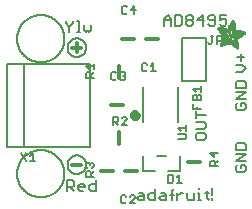
<source format=gbr>
G04 EAGLE Gerber RS-274X export*
G75*
%MOMM*%
%FSLAX34Y34*%
%LPD*%
%INSilkscreen Top*%
%IPPOS*%
%AMOC8*
5,1,8,0,0,1.08239X$1,22.5*%
G01*
%ADD10C,0.152400*%
%ADD11C,0.127000*%
%ADD12C,0.203200*%
%ADD13C,0.609600*%
%ADD14C,0.304800*%
%ADD15R,0.034300X0.003800*%
%ADD16R,0.057200X0.003800*%
%ADD17R,0.076200X0.003800*%
%ADD18R,0.091400X0.003800*%
%ADD19R,0.102900X0.003800*%
%ADD20R,0.114300X0.003900*%
%ADD21R,0.129500X0.003800*%
%ADD22R,0.137200X0.003800*%
%ADD23R,0.144800X0.003800*%
%ADD24R,0.152400X0.003800*%
%ADD25R,0.160000X0.003800*%
%ADD26R,0.171500X0.003800*%
%ADD27R,0.175300X0.003800*%
%ADD28R,0.182900X0.003800*%
%ADD29R,0.190500X0.003800*%
%ADD30R,0.194300X0.003900*%
%ADD31R,0.201900X0.003800*%
%ADD32R,0.209500X0.003800*%
%ADD33R,0.213400X0.003800*%
%ADD34R,0.221000X0.003800*%
%ADD35R,0.224800X0.003800*%
%ADD36R,0.232400X0.003800*%
%ADD37R,0.240000X0.003800*%
%ADD38R,0.243800X0.003800*%
%ADD39R,0.247600X0.003800*%
%ADD40R,0.255300X0.003900*%
%ADD41R,0.259100X0.003800*%
%ADD42R,0.262900X0.003800*%
%ADD43R,0.270500X0.003800*%
%ADD44R,0.274300X0.003800*%
%ADD45R,0.281900X0.003800*%
%ADD46R,0.285700X0.003800*%
%ADD47R,0.289500X0.003800*%
%ADD48R,0.297200X0.003800*%
%ADD49R,0.301000X0.003800*%
%ADD50R,0.304800X0.003900*%
%ADD51R,0.312400X0.003800*%
%ADD52R,0.316200X0.003800*%
%ADD53R,0.320000X0.003800*%
%ADD54R,0.327600X0.003800*%
%ADD55R,0.331500X0.003800*%
%ADD56R,0.339100X0.003800*%
%ADD57R,0.342900X0.003800*%
%ADD58R,0.346700X0.003800*%
%ADD59R,0.354300X0.003800*%
%ADD60R,0.358100X0.003900*%
%ADD61R,0.361900X0.003800*%
%ADD62R,0.369600X0.003800*%
%ADD63R,0.373400X0.003800*%
%ADD64R,0.377200X0.003800*%
%ADD65R,0.384800X0.003800*%
%ADD66R,0.388600X0.003800*%
%ADD67R,0.396200X0.003800*%
%ADD68R,0.400000X0.003800*%
%ADD69R,0.403800X0.003800*%
%ADD70R,0.411500X0.003900*%
%ADD71R,0.415300X0.003800*%
%ADD72R,0.419100X0.003800*%
%ADD73R,0.045700X0.003800*%
%ADD74R,0.426700X0.003800*%
%ADD75R,0.072400X0.003800*%
%ADD76R,0.430500X0.003800*%
%ADD77R,0.095300X0.003800*%
%ADD78R,0.438100X0.003800*%
%ADD79R,0.110500X0.003800*%
%ADD80R,0.441900X0.003800*%
%ADD81R,0.445800X0.003800*%
%ADD82R,0.144700X0.003800*%
%ADD83R,0.453400X0.003800*%
%ADD84R,0.457200X0.003800*%
%ADD85R,0.175300X0.003900*%
%ADD86R,0.461000X0.003900*%
%ADD87R,0.468600X0.003800*%
%ADD88R,0.205800X0.003800*%
%ADD89R,0.472400X0.003800*%
%ADD90R,0.217200X0.003800*%
%ADD91R,0.476200X0.003800*%
%ADD92R,0.483900X0.003800*%
%ADD93R,0.247700X0.003800*%
%ADD94R,0.487700X0.003800*%
%ADD95R,0.495300X0.003800*%
%ADD96R,0.499100X0.003800*%
%ADD97R,0.502900X0.003800*%
%ADD98R,0.510500X0.003800*%
%ADD99R,0.308600X0.003900*%
%ADD100R,0.514300X0.003900*%
%ADD101R,0.323800X0.003800*%
%ADD102R,0.518100X0.003800*%
%ADD103R,0.335300X0.003800*%
%ADD104R,0.525800X0.003800*%
%ADD105R,0.529600X0.003800*%
%ADD106R,0.358100X0.003800*%
%ADD107R,0.533400X0.003800*%
%ADD108R,0.537200X0.003800*%
%ADD109R,0.381000X0.003800*%
%ADD110R,0.544800X0.003800*%
%ADD111R,0.392400X0.003800*%
%ADD112R,0.548600X0.003800*%
%ADD113R,0.552400X0.003800*%
%ADD114R,0.556200X0.003800*%
%ADD115R,0.422900X0.003900*%
%ADD116R,0.560100X0.003900*%
%ADD117R,0.434300X0.003800*%
%ADD118R,0.563900X0.003800*%
%ADD119R,0.567700X0.003800*%
%ADD120R,0.461000X0.003800*%
%ADD121R,0.571500X0.003800*%
%ADD122R,0.575300X0.003800*%
%ADD123R,0.480100X0.003800*%
%ADD124R,0.579100X0.003800*%
%ADD125R,0.491500X0.003800*%
%ADD126R,0.582900X0.003800*%
%ADD127R,0.586700X0.003800*%
%ADD128R,0.510600X0.003800*%
%ADD129R,0.590500X0.003800*%
%ADD130R,0.522000X0.003800*%
%ADD131R,0.594300X0.003800*%
%ADD132R,0.533400X0.003900*%
%ADD133R,0.598200X0.003900*%
%ADD134R,0.541000X0.003800*%
%ADD135R,0.602000X0.003800*%
%ADD136R,0.552500X0.003800*%
%ADD137R,0.605800X0.003800*%
%ADD138R,0.560100X0.003800*%
%ADD139R,0.609600X0.003800*%
%ADD140R,0.613400X0.003800*%
%ADD141R,0.583000X0.003800*%
%ADD142R,0.617200X0.003800*%
%ADD143R,0.594400X0.003800*%
%ADD144R,0.621000X0.003800*%
%ADD145R,0.598200X0.003800*%
%ADD146R,0.624800X0.003800*%
%ADD147R,0.613500X0.003900*%
%ADD148R,0.628600X0.003900*%
%ADD149R,0.632400X0.003800*%
%ADD150R,0.628600X0.003800*%
%ADD151R,0.636300X0.003800*%
%ADD152R,0.640100X0.003800*%
%ADD153R,0.636200X0.003800*%
%ADD154R,0.643900X0.003800*%
%ADD155R,0.647700X0.003800*%
%ADD156R,0.651500X0.003800*%
%ADD157R,0.659100X0.003800*%
%ADD158R,0.659100X0.003900*%
%ADD159R,0.655300X0.003900*%
%ADD160R,0.662900X0.003800*%
%ADD161R,0.655300X0.003800*%
%ADD162R,0.670500X0.003800*%
%ADD163R,0.670600X0.003800*%
%ADD164R,0.674400X0.003800*%
%ADD165R,0.682000X0.003800*%
%ADD166R,0.666700X0.003800*%
%ADD167R,0.685800X0.003800*%
%ADD168R,0.689600X0.003800*%
%ADD169R,0.693400X0.003900*%
%ADD170R,0.674400X0.003900*%
%ADD171R,0.697200X0.003800*%
%ADD172R,0.678200X0.003800*%
%ADD173R,0.697300X0.003800*%
%ADD174R,0.701100X0.003800*%
%ADD175R,0.704900X0.003800*%
%ADD176R,0.708700X0.003800*%
%ADD177R,0.712500X0.003800*%
%ADD178R,0.716300X0.003800*%
%ADD179R,0.720100X0.003900*%
%ADD180R,0.689600X0.003900*%
%ADD181R,0.720000X0.003800*%
%ADD182R,0.693400X0.003800*%
%ADD183R,0.723900X0.003800*%
%ADD184R,0.727700X0.003800*%
%ADD185R,0.731500X0.003800*%
%ADD186R,0.701000X0.003800*%
%ADD187R,0.735300X0.003800*%
%ADD188R,0.731500X0.003900*%
%ADD189R,0.701000X0.003900*%
%ADD190R,0.704800X0.003800*%
%ADD191R,0.739100X0.003800*%
%ADD192R,0.743000X0.003800*%
%ADD193R,0.739200X0.003800*%
%ADD194R,0.743000X0.003900*%
%ADD195R,0.704800X0.003900*%
%ADD196R,0.746800X0.003800*%
%ADD197R,0.746800X0.003900*%
%ADD198R,0.742900X0.003800*%
%ADD199R,0.746700X0.003800*%
%ADD200R,0.746700X0.003900*%
%ADD201R,1.428800X0.003800*%
%ADD202R,1.424900X0.003800*%
%ADD203R,1.421100X0.003900*%
%ADD204R,1.421100X0.003800*%
%ADD205R,1.417300X0.003800*%
%ADD206R,1.413500X0.003800*%
%ADD207R,1.409700X0.003800*%
%ADD208R,1.405900X0.003800*%
%ADD209R,1.402100X0.003800*%
%ADD210R,1.398300X0.003800*%
%ADD211R,0.983000X0.003900*%
%ADD212R,0.384800X0.003900*%
%ADD213R,0.971600X0.003800*%
%ADD214R,0.963900X0.003800*%
%ADD215R,0.956300X0.003800*%
%ADD216R,0.365800X0.003800*%
%ADD217R,0.952500X0.003800*%
%ADD218R,0.941000X0.003800*%
%ADD219R,0.358200X0.003800*%
%ADD220R,0.937200X0.003800*%
%ADD221R,0.933400X0.003800*%
%ADD222R,0.354400X0.003800*%
%ADD223R,0.925800X0.003800*%
%ADD224R,0.350500X0.003800*%
%ADD225R,0.922000X0.003800*%
%ADD226R,0.918200X0.003900*%
%ADD227R,0.346700X0.003900*%
%ADD228R,0.910600X0.003800*%
%ADD229R,0.906800X0.003800*%
%ADD230R,0.903000X0.003800*%
%ADD231R,0.339000X0.003800*%
%ADD232R,0.895300X0.003800*%
%ADD233R,0.335200X0.003800*%
%ADD234R,0.887700X0.003800*%
%ADD235R,0.883900X0.003800*%
%ADD236R,0.331400X0.003800*%
%ADD237R,0.880100X0.003800*%
%ADD238R,0.876300X0.003800*%
%ADD239R,0.468600X0.003900*%
%ADD240R,0.396200X0.003900*%
%ADD241R,0.323800X0.003900*%
%ADD242R,0.449600X0.003800*%
%ADD243R,0.323900X0.003800*%
%ADD244R,0.442000X0.003800*%
%ADD245R,0.434400X0.003800*%
%ADD246R,0.320100X0.003800*%
%ADD247R,0.316300X0.003800*%
%ADD248R,0.426800X0.003800*%
%ADD249R,0.327700X0.003800*%
%ADD250R,0.312500X0.003800*%
%ADD251R,0.422900X0.003800*%
%ADD252R,0.308600X0.003800*%
%ADD253R,0.293400X0.003800*%
%ADD254R,0.304800X0.003800*%
%ADD255R,0.419100X0.003900*%
%ADD256R,0.285700X0.003900*%
%ADD257R,0.301000X0.003900*%
%ADD258R,0.411500X0.003800*%
%ADD259R,0.407700X0.003800*%
%ADD260R,0.289600X0.003800*%
%ADD261R,0.285800X0.003800*%
%ADD262R,0.403900X0.003800*%
%ADD263R,0.228600X0.003800*%
%ADD264R,0.403900X0.003900*%
%ADD265R,0.221000X0.003900*%
%ADD266R,0.278100X0.003900*%
%ADD267R,0.400100X0.003800*%
%ADD268R,0.209600X0.003800*%
%ADD269R,0.266700X0.003800*%
%ADD270R,0.038100X0.003800*%
%ADD271R,0.194300X0.003800*%
%ADD272R,0.148600X0.003800*%
%ADD273R,0.259000X0.003800*%
%ADD274R,0.182800X0.003800*%
%ADD275R,0.186700X0.003800*%
%ADD276R,0.251400X0.003800*%
%ADD277R,0.179100X0.003800*%
%ADD278R,0.236200X0.003800*%
%ADD279R,0.243900X0.003900*%
%ADD280R,0.282000X0.003900*%
%ADD281R,0.167700X0.003800*%
%ADD282R,0.236300X0.003800*%
%ADD283R,0.396300X0.003800*%
%ADD284R,0.163900X0.003800*%
%ADD285R,0.392500X0.003800*%
%ADD286R,0.160100X0.003800*%
%ADD287R,0.586800X0.003800*%
%ADD288R,0.148500X0.003800*%
%ADD289R,0.140900X0.003800*%
%ADD290R,0.392400X0.003900*%
%ADD291R,0.140900X0.003900*%
%ADD292R,0.647700X0.003900*%
%ADD293R,0.133300X0.003800*%
%ADD294R,0.674300X0.003800*%
%ADD295R,0.388700X0.003800*%
%ADD296R,0.125700X0.003800*%
%ADD297R,0.121900X0.003800*%
%ADD298R,0.720100X0.003800*%
%ADD299R,0.118100X0.003800*%
%ADD300R,0.118100X0.003900*%
%ADD301R,0.739100X0.003900*%
%ADD302R,0.114300X0.003800*%
%ADD303R,0.754400X0.003800*%
%ADD304R,0.765800X0.003800*%
%ADD305R,0.773400X0.003800*%
%ADD306R,0.784800X0.003800*%
%ADD307R,0.118200X0.003800*%
%ADD308R,0.792500X0.003800*%
%ADD309R,0.803900X0.003800*%
%ADD310R,0.122000X0.003800*%
%ADD311R,0.815400X0.003800*%
%ADD312R,0.125800X0.003800*%
%ADD313R,0.826800X0.003800*%
%ADD314R,0.369500X0.003900*%
%ADD315R,0.133400X0.003900*%
%ADD316R,0.842000X0.003900*%
%ADD317R,0.365700X0.003800*%
%ADD318R,1.009700X0.003800*%
%ADD319R,1.013500X0.003800*%
%ADD320R,0.362000X0.003800*%
%ADD321R,1.024900X0.003800*%
%ADD322R,1.028700X0.003800*%
%ADD323R,1.036300X0.003800*%
%ADD324R,1.047800X0.003800*%
%ADD325R,1.055400X0.003800*%
%ADD326R,1.070600X0.003800*%
%ADD327R,0.030500X0.003800*%
%ADD328R,1.436400X0.003800*%
%ADD329R,1.562100X0.003900*%
%ADD330R,1.588700X0.003800*%
%ADD331R,1.607800X0.003800*%
%ADD332R,1.626900X0.003800*%
%ADD333R,1.642100X0.003800*%
%ADD334R,1.657400X0.003800*%
%ADD335R,1.676400X0.003800*%
%ADD336R,1.687800X0.003800*%
%ADD337R,1.703000X0.003800*%
%ADD338R,1.714500X0.003800*%
%ADD339R,1.726000X0.003900*%
%ADD340R,1.741200X0.003800*%
%ADD341R,0.914400X0.003800*%
%ADD342R,0.769600X0.003800*%
%ADD343R,0.884000X0.003800*%
%ADD344R,0.712400X0.003800*%
%ADD345R,0.880100X0.003900*%
%ADD346R,0.887800X0.003800*%
%ADD347R,0.891600X0.003800*%
%ADD348R,0.895400X0.003800*%
%ADD349R,0.251500X0.003800*%
%ADD350R,0.579200X0.003900*%
%ADD351R,0.243900X0.003800*%
%ADD352R,0.556300X0.003800*%
%ADD353R,0.255200X0.003800*%
%ADD354R,0.529500X0.003800*%
%ADD355R,0.731600X0.003800*%
%ADD356R,0.525800X0.003900*%
%ADD357R,0.281900X0.003900*%
%ADD358R,0.735400X0.003900*%
%ADD359R,0.300900X0.003800*%
%ADD360R,0.762000X0.003800*%
%ADD361R,0.518200X0.003800*%
%ADD362R,0.350600X0.003800*%
%ADD363R,0.796300X0.003800*%
%ADD364R,0.807800X0.003800*%
%ADD365R,0.506700X0.003800*%
%ADD366R,0.849600X0.003800*%
%ADD367R,0.506700X0.003900*%
%ADD368R,1.371600X0.003900*%
%ADD369R,1.207800X0.003800*%
%ADD370R,0.503000X0.003800*%
%ADD371R,0.141000X0.003800*%
%ADD372R,1.203900X0.003800*%
%ADD373R,1.204000X0.003800*%
%ADD374R,1.200200X0.003800*%
%ADD375R,0.499100X0.003900*%
%ADD376R,0.156200X0.003900*%
%ADD377R,1.196400X0.003900*%
%ADD378R,1.196400X0.003800*%
%ADD379R,0.163800X0.003800*%
%ADD380R,0.167600X0.003800*%
%ADD381R,1.192500X0.003800*%
%ADD382R,0.499200X0.003800*%
%ADD383R,1.188700X0.003800*%
%ADD384R,0.506800X0.003800*%
%ADD385R,1.184900X0.003800*%
%ADD386R,0.510600X0.003900*%
%ADD387R,0.209600X0.003900*%
%ADD388R,1.181100X0.003900*%
%ADD389R,0.514400X0.003800*%
%ADD390R,1.181100X0.003800*%
%ADD391R,1.177300X0.003800*%
%ADD392R,0.240100X0.003800*%
%ADD393R,1.173500X0.003800*%
%ADD394R,1.169700X0.003800*%
%ADD395R,1.165900X0.003800*%
%ADD396R,1.162100X0.003800*%
%ADD397R,0.929700X0.003900*%
%ADD398R,1.162100X0.003900*%
%ADD399R,0.929700X0.003800*%
%ADD400R,1.154500X0.003800*%
%ADD401R,0.933500X0.003800*%
%ADD402R,1.150600X0.003800*%
%ADD403R,0.937300X0.003800*%
%ADD404R,1.146800X0.003800*%
%ADD405R,0.941100X0.003800*%
%ADD406R,1.139200X0.003800*%
%ADD407R,0.944900X0.003800*%
%ADD408R,1.135400X0.003800*%
%ADD409R,0.948700X0.003800*%
%ADD410R,1.127800X0.003800*%
%ADD411R,1.124000X0.003800*%
%ADD412R,1.116400X0.003800*%
%ADD413R,0.956300X0.003900*%
%ADD414R,1.104900X0.003900*%
%ADD415R,0.960100X0.003800*%
%ADD416R,1.093500X0.003800*%
%ADD417R,1.085900X0.003800*%
%ADD418R,0.967800X0.003800*%
%ADD419R,1.074500X0.003800*%
%ADD420R,1.063000X0.003800*%
%ADD421R,0.975400X0.003800*%
%ADD422R,1.036400X0.003800*%
%ADD423R,0.979200X0.003800*%
%ADD424R,1.021000X0.003800*%
%ADD425R,0.983000X0.003800*%
%ADD426R,1.009600X0.003800*%
%ADD427R,0.986800X0.003800*%
%ADD428R,0.998200X0.003800*%
%ADD429R,0.990600X0.003900*%
%ADD430R,0.986700X0.003900*%
%ADD431R,0.994400X0.003800*%
%ADD432R,0.975300X0.003800*%
%ADD433R,0.948600X0.003800*%
%ADD434R,1.002000X0.003800*%
%ADD435R,0.213300X0.003800*%
%ADD436R,0.217100X0.003800*%
%ADD437R,1.017300X0.003800*%
%ADD438R,0.666800X0.003800*%
%ADD439R,0.220900X0.003800*%
%ADD440R,1.028700X0.003900*%
%ADD441R,0.224700X0.003900*%
%ADD442R,1.032500X0.003800*%
%ADD443R,1.040100X0.003800*%
%ADD444R,1.043900X0.003800*%
%ADD445R,0.548700X0.003800*%
%ADD446R,1.051500X0.003800*%
%ADD447R,1.055300X0.003800*%
%ADD448R,1.059100X0.003800*%
%ADD449R,1.062900X0.003800*%
%ADD450R,0.255300X0.003800*%
%ADD451R,1.066800X0.003900*%
%ADD452R,0.259100X0.003900*%
%ADD453R,0.457200X0.003900*%
%ADD454R,0.423000X0.003800*%
%ADD455R,1.082100X0.003800*%
%ADD456R,0.274400X0.003800*%
%ADD457R,0.278200X0.003800*%
%ADD458R,1.101100X0.003800*%
%ADD459R,0.278100X0.003800*%
%ADD460R,0.876300X0.003900*%
%ADD461R,0.236200X0.003900*%
%ADD462R,0.289600X0.003900*%
%ADD463R,0.247700X0.003900*%
%ADD464R,0.049500X0.003800*%
%ADD465R,0.640100X0.003900*%
%ADD466R,0.659200X0.003800*%
%ADD467R,0.663000X0.003800*%
%ADD468R,0.872500X0.003900*%
%ADD469R,0.666800X0.003900*%
%ADD470R,0.872500X0.003800*%
%ADD471R,0.868700X0.003800*%
%ADD472R,0.864900X0.003800*%
%ADD473R,0.861100X0.003800*%
%ADD474R,0.857300X0.003800*%
%ADD475R,0.853400X0.003800*%
%ADD476R,0.845800X0.003800*%
%ADD477R,0.682000X0.003900*%
%ADD478R,0.842000X0.003800*%
%ADD479R,0.834400X0.003800*%
%ADD480R,0.823000X0.003800*%
%ADD481R,0.815300X0.003800*%
%ADD482R,0.811500X0.003800*%
%ADD483R,0.788700X0.003800*%
%ADD484R,0.777300X0.003900*%
%ADD485R,0.750600X0.003800*%
%ADD486R,0.735400X0.003800*%
%ADD487R,0.727800X0.003800*%
%ADD488R,0.628700X0.003800*%
%ADD489R,0.575400X0.003800*%
%ADD490R,0.670600X0.003900*%
%ADD491R,0.655400X0.003800*%
%ADD492R,0.651500X0.003900*%
%ADD493R,0.624800X0.003900*%
%ADD494R,0.594400X0.003900*%
%ADD495R,0.563900X0.003900*%
%ADD496R,0.541100X0.003800*%
%ADD497R,0.537300X0.003800*%
%ADD498R,0.525700X0.003800*%
%ADD499R,0.525700X0.003900*%
%ADD500R,0.514300X0.003800*%
%ADD501R,0.480100X0.003900*%
%ADD502R,0.464800X0.003800*%
%ADD503R,0.442000X0.003900*%
%ADD504R,0.438200X0.003800*%
%ADD505R,0.430600X0.003800*%
%ADD506R,0.407600X0.003800*%
%ADD507R,0.403800X0.003900*%
%ADD508R,0.365700X0.003900*%
%ADD509R,0.327700X0.003900*%
%ADD510R,0.243800X0.003900*%
%ADD511R,0.205800X0.003900*%
%ADD512R,0.198100X0.003800*%
%ADD513R,0.163800X0.003900*%
%ADD514R,0.137100X0.003800*%
%ADD515R,0.091500X0.003900*%
%ADD516R,0.060900X0.003800*%


D10*
X129991Y150742D02*
X129991Y156504D01*
X132872Y159385D01*
X135753Y156504D01*
X135753Y150742D01*
X135753Y155064D02*
X129991Y155064D01*
X139346Y159385D02*
X139346Y150742D01*
X143668Y150742D01*
X145108Y152183D01*
X145108Y157945D01*
X143668Y159385D01*
X139346Y159385D01*
X148701Y157945D02*
X150142Y159385D01*
X153023Y159385D01*
X154463Y157945D01*
X154463Y156504D01*
X153023Y155064D01*
X154463Y153623D01*
X154463Y152183D01*
X153023Y150742D01*
X150142Y150742D01*
X148701Y152183D01*
X148701Y153623D01*
X150142Y155064D01*
X148701Y156504D01*
X148701Y157945D01*
X150142Y155064D02*
X153023Y155064D01*
X162378Y159385D02*
X162378Y150742D01*
X158056Y155064D02*
X162378Y159385D01*
X163819Y155064D02*
X158056Y155064D01*
X167412Y152183D02*
X168852Y150742D01*
X171733Y150742D01*
X173174Y152183D01*
X173174Y157945D01*
X171733Y159385D01*
X168852Y159385D01*
X167412Y157945D01*
X167412Y156504D01*
X168852Y155064D01*
X173174Y155064D01*
X176767Y159385D02*
X182529Y159385D01*
X176767Y159385D02*
X176767Y155064D01*
X179648Y156504D01*
X181088Y156504D01*
X182529Y155064D01*
X182529Y152183D01*
X181088Y150742D01*
X178207Y150742D01*
X176767Y152183D01*
X190315Y111487D02*
X196077Y111487D01*
X198958Y114368D01*
X196077Y117249D01*
X190315Y117249D01*
X194636Y120842D02*
X194636Y126604D01*
X191755Y123723D02*
X197517Y123723D01*
X191755Y85071D02*
X190315Y83631D01*
X190315Y80750D01*
X191755Y79309D01*
X197517Y79309D01*
X198958Y80750D01*
X198958Y83631D01*
X197517Y85071D01*
X194636Y85071D01*
X194636Y82190D01*
X190315Y88664D02*
X198958Y88664D01*
X198958Y94427D02*
X190315Y88664D01*
X190315Y94427D02*
X198958Y94427D01*
X198958Y98020D02*
X190315Y98020D01*
X198958Y98020D02*
X198958Y102341D01*
X197517Y103782D01*
X191755Y103782D01*
X190315Y102341D01*
X190315Y98020D01*
X156635Y58011D02*
X156635Y55130D01*
X158075Y53689D01*
X163837Y53689D01*
X165278Y55130D01*
X165278Y58011D01*
X163837Y59451D01*
X158075Y59451D01*
X156635Y58011D01*
X156635Y63044D02*
X163837Y63044D01*
X165278Y64485D01*
X165278Y67366D01*
X163837Y68807D01*
X156635Y68807D01*
X156635Y75281D02*
X165278Y75281D01*
X156635Y72400D02*
X156635Y78162D01*
X191755Y32691D02*
X190315Y31251D01*
X190315Y28370D01*
X191755Y26929D01*
X197517Y26929D01*
X198958Y28370D01*
X198958Y31251D01*
X197517Y32691D01*
X194636Y32691D01*
X194636Y29810D01*
X190315Y36284D02*
X198958Y36284D01*
X198958Y42047D02*
X190315Y36284D01*
X190315Y42047D02*
X198958Y42047D01*
X198958Y45640D02*
X190315Y45640D01*
X198958Y45640D02*
X198958Y49961D01*
X197517Y51402D01*
X191755Y51402D01*
X190315Y49961D01*
X190315Y45640D01*
D11*
X46581Y152830D02*
X46581Y154313D01*
X46581Y152830D02*
X49547Y149864D01*
X52513Y152830D01*
X52513Y154313D01*
X49547Y149864D02*
X49547Y145415D01*
X55937Y154313D02*
X57420Y154313D01*
X57420Y145415D01*
X58902Y145415D02*
X55937Y145415D01*
X62173Y146898D02*
X62173Y151347D01*
X62173Y146898D02*
X63656Y145415D01*
X65139Y146898D01*
X66622Y145415D01*
X68105Y146898D01*
X68105Y151347D01*
X47562Y19693D02*
X47562Y10795D01*
X47562Y19693D02*
X52011Y19693D01*
X53494Y18210D01*
X53494Y15244D01*
X52011Y13761D01*
X47562Y13761D01*
X50528Y13761D02*
X53494Y10795D01*
X58400Y10795D02*
X61366Y10795D01*
X58400Y10795D02*
X56917Y12278D01*
X56917Y15244D01*
X58400Y16727D01*
X61366Y16727D01*
X62849Y15244D01*
X62849Y13761D01*
X56917Y13761D01*
X72204Y10795D02*
X72204Y19693D01*
X72204Y10795D02*
X67756Y10795D01*
X66273Y12278D01*
X66273Y15244D01*
X67756Y16727D01*
X72204Y16727D01*
X108295Y9107D02*
X111261Y9107D01*
X112744Y7624D01*
X112744Y3175D01*
X108295Y3175D01*
X106812Y4658D01*
X108295Y6141D01*
X112744Y6141D01*
X122099Y3175D02*
X122099Y12073D01*
X122099Y3175D02*
X117650Y3175D01*
X116167Y4658D01*
X116167Y7624D01*
X117650Y9107D01*
X122099Y9107D01*
X127006Y9107D02*
X129971Y9107D01*
X131454Y7624D01*
X131454Y3175D01*
X127006Y3175D01*
X125523Y4658D01*
X127006Y6141D01*
X131454Y6141D01*
X136361Y3175D02*
X136361Y10590D01*
X137844Y12073D01*
X137844Y7624D02*
X134878Y7624D01*
X141115Y9107D02*
X141115Y3175D01*
X141115Y6141D02*
X144080Y9107D01*
X145563Y9107D01*
X148911Y9107D02*
X148911Y4658D01*
X150393Y3175D01*
X154842Y3175D01*
X154842Y9107D01*
X158266Y9107D02*
X159749Y9107D01*
X159749Y3175D01*
X158266Y3175D02*
X161232Y3175D01*
X159749Y12073D02*
X159749Y13556D01*
X165985Y10590D02*
X165985Y4658D01*
X167468Y3175D01*
X167468Y9107D02*
X164503Y9107D01*
X170739Y4658D02*
X170739Y3175D01*
X170739Y7624D02*
X170739Y13556D01*
D12*
X112000Y68820D02*
X112000Y98820D01*
X142000Y98820D02*
X142000Y68820D01*
D13*
X103500Y74820D02*
X103502Y74897D01*
X103508Y74974D01*
X103518Y75051D01*
X103532Y75127D01*
X103549Y75202D01*
X103571Y75276D01*
X103596Y75349D01*
X103626Y75421D01*
X103658Y75491D01*
X103695Y75559D01*
X103734Y75625D01*
X103777Y75689D01*
X103824Y75751D01*
X103873Y75810D01*
X103926Y75867D01*
X103981Y75921D01*
X104039Y75972D01*
X104100Y76020D01*
X104163Y76065D01*
X104228Y76106D01*
X104295Y76144D01*
X104364Y76179D01*
X104435Y76209D01*
X104507Y76237D01*
X104581Y76260D01*
X104655Y76280D01*
X104731Y76296D01*
X104807Y76308D01*
X104884Y76316D01*
X104961Y76320D01*
X105039Y76320D01*
X105116Y76316D01*
X105193Y76308D01*
X105269Y76296D01*
X105345Y76280D01*
X105419Y76260D01*
X105493Y76237D01*
X105565Y76209D01*
X105636Y76179D01*
X105705Y76144D01*
X105772Y76106D01*
X105837Y76065D01*
X105900Y76020D01*
X105961Y75972D01*
X106019Y75921D01*
X106074Y75867D01*
X106127Y75810D01*
X106176Y75751D01*
X106223Y75689D01*
X106266Y75625D01*
X106305Y75559D01*
X106342Y75491D01*
X106374Y75421D01*
X106404Y75349D01*
X106429Y75276D01*
X106451Y75202D01*
X106468Y75127D01*
X106482Y75051D01*
X106492Y74974D01*
X106498Y74897D01*
X106500Y74820D01*
X106498Y74743D01*
X106492Y74666D01*
X106482Y74589D01*
X106468Y74513D01*
X106451Y74438D01*
X106429Y74364D01*
X106404Y74291D01*
X106374Y74219D01*
X106342Y74149D01*
X106305Y74081D01*
X106266Y74015D01*
X106223Y73951D01*
X106176Y73889D01*
X106127Y73830D01*
X106074Y73773D01*
X106019Y73719D01*
X105961Y73668D01*
X105900Y73620D01*
X105837Y73575D01*
X105772Y73534D01*
X105705Y73496D01*
X105636Y73461D01*
X105565Y73431D01*
X105493Y73403D01*
X105419Y73380D01*
X105345Y73360D01*
X105269Y73344D01*
X105193Y73332D01*
X105116Y73324D01*
X105039Y73320D01*
X104961Y73320D01*
X104884Y73324D01*
X104807Y73332D01*
X104731Y73344D01*
X104655Y73360D01*
X104581Y73380D01*
X104507Y73403D01*
X104435Y73431D01*
X104364Y73461D01*
X104295Y73496D01*
X104228Y73534D01*
X104163Y73575D01*
X104100Y73620D01*
X104039Y73668D01*
X103981Y73719D01*
X103926Y73773D01*
X103873Y73830D01*
X103824Y73889D01*
X103777Y73951D01*
X103734Y74015D01*
X103695Y74081D01*
X103658Y74149D01*
X103626Y74219D01*
X103596Y74291D01*
X103571Y74364D01*
X103549Y74438D01*
X103532Y74513D01*
X103518Y74589D01*
X103508Y74666D01*
X103502Y74743D01*
X103500Y74820D01*
D10*
X141848Y54342D02*
X147356Y54342D01*
X148458Y55444D01*
X148458Y57647D01*
X147356Y58748D01*
X141848Y58748D01*
X144052Y61826D02*
X141848Y64029D01*
X148458Y64029D01*
X148458Y61826D02*
X148458Y66233D01*
D14*
X124460Y139700D02*
X114300Y139700D01*
D10*
X114354Y118744D02*
X115455Y117642D01*
X114354Y118744D02*
X112150Y118744D01*
X111049Y117642D01*
X111049Y113236D01*
X112150Y112134D01*
X114354Y112134D01*
X115455Y113236D01*
X118533Y116540D02*
X120736Y118744D01*
X120736Y112134D01*
X118533Y112134D02*
X122939Y112134D01*
D14*
X106680Y27940D02*
X96520Y27940D01*
D10*
X96574Y6984D02*
X97675Y5882D01*
X96574Y6984D02*
X94370Y6984D01*
X93269Y5882D01*
X93269Y1476D01*
X94370Y374D01*
X96574Y374D01*
X97675Y1476D01*
X100753Y374D02*
X105159Y374D01*
X100753Y374D02*
X105159Y4780D01*
X105159Y5882D01*
X104058Y6984D01*
X101854Y6984D01*
X100753Y5882D01*
D14*
X95250Y83820D02*
X85090Y83820D01*
D10*
X89463Y110290D02*
X88362Y111392D01*
X86159Y111392D01*
X85057Y110290D01*
X85057Y105884D01*
X86159Y104782D01*
X88362Y104782D01*
X89463Y105884D01*
X92541Y110290D02*
X93643Y111392D01*
X95846Y111392D01*
X96948Y110290D01*
X96948Y109188D01*
X95846Y108087D01*
X94744Y108087D01*
X95846Y108087D02*
X96948Y106985D01*
X96948Y105884D01*
X95846Y104782D01*
X93643Y104782D01*
X92541Y105884D01*
D14*
X93980Y139700D02*
X104140Y139700D01*
D10*
X98353Y166170D02*
X97252Y167272D01*
X95049Y167272D01*
X93947Y166170D01*
X93947Y161764D01*
X95049Y160662D01*
X97252Y160662D01*
X98353Y161764D01*
X104736Y160662D02*
X104736Y167272D01*
X101431Y163967D01*
X105838Y163967D01*
D14*
X91440Y116840D02*
X91440Y106680D01*
D10*
X70478Y106647D02*
X63868Y106647D01*
X63868Y109952D01*
X64970Y111053D01*
X67173Y111053D01*
X68275Y109952D01*
X68275Y106647D01*
X68275Y108850D02*
X70478Y111053D01*
X66072Y114131D02*
X63868Y116334D01*
X70478Y116334D01*
X70478Y114131D02*
X70478Y118538D01*
D14*
X91440Y60960D02*
X91440Y50800D01*
D10*
X86327Y66842D02*
X86327Y73452D01*
X89632Y73452D01*
X90733Y72350D01*
X90733Y70147D01*
X89632Y69045D01*
X86327Y69045D01*
X88530Y69045D02*
X90733Y66842D01*
X93811Y66842D02*
X98218Y66842D01*
X98218Y71248D02*
X93811Y66842D01*
X98218Y71248D02*
X98218Y72350D01*
X97116Y73452D01*
X94913Y73452D01*
X93811Y72350D01*
D14*
X86360Y27940D02*
X76200Y27940D01*
D10*
X70318Y22827D02*
X63708Y22827D01*
X63708Y26132D01*
X64810Y27233D01*
X67013Y27233D01*
X68115Y26132D01*
X68115Y22827D01*
X68115Y25030D02*
X70318Y27233D01*
X64810Y30311D02*
X63708Y31413D01*
X63708Y33616D01*
X64810Y34718D01*
X65912Y34718D01*
X67013Y33616D01*
X67013Y32514D01*
X67013Y33616D02*
X68115Y34718D01*
X69216Y34718D01*
X70318Y33616D01*
X70318Y31413D01*
X69216Y30311D01*
D12*
X67020Y117820D02*
X11020Y117820D01*
X-2980Y117820D01*
X-2980Y47820D01*
X11020Y47820D01*
X67020Y47820D01*
X67020Y117820D01*
X11020Y117820D02*
X11020Y47820D01*
D10*
X8782Y42592D02*
X13188Y35982D01*
X8782Y35982D02*
X13188Y42592D01*
X16266Y40388D02*
X18469Y42592D01*
X18469Y35982D01*
X16266Y35982D02*
X20673Y35982D01*
X167000Y136392D02*
X168102Y135290D01*
X169203Y135290D01*
X170305Y136392D01*
X170305Y141900D01*
X171406Y141900D02*
X169203Y141900D01*
X174484Y141900D02*
X174484Y135290D01*
X174484Y141900D02*
X177789Y141900D01*
X178891Y140798D01*
X178891Y138595D01*
X177789Y137493D01*
X174484Y137493D01*
X181968Y139696D02*
X184172Y141900D01*
X184172Y135290D01*
X186375Y135290D02*
X181968Y135290D01*
D14*
X59848Y132080D02*
X51911Y132080D01*
X55880Y136048D02*
X55880Y128112D01*
D12*
X48063Y132080D02*
X48065Y132272D01*
X48072Y132464D01*
X48084Y132655D01*
X48101Y132846D01*
X48122Y133037D01*
X48148Y133227D01*
X48178Y133416D01*
X48213Y133605D01*
X48253Y133793D01*
X48297Y133979D01*
X48346Y134165D01*
X48400Y134349D01*
X48458Y134532D01*
X48520Y134713D01*
X48587Y134893D01*
X48658Y135071D01*
X48734Y135248D01*
X48814Y135422D01*
X48898Y135595D01*
X48986Y135765D01*
X49079Y135933D01*
X49175Y136099D01*
X49276Y136262D01*
X49380Y136423D01*
X49489Y136581D01*
X49601Y136737D01*
X49717Y136889D01*
X49837Y137039D01*
X49961Y137186D01*
X50088Y137330D01*
X50219Y137470D01*
X50353Y137607D01*
X50490Y137741D01*
X50630Y137872D01*
X50774Y137999D01*
X50921Y138123D01*
X51071Y138243D01*
X51223Y138359D01*
X51379Y138471D01*
X51537Y138580D01*
X51698Y138684D01*
X51861Y138785D01*
X52027Y138881D01*
X52195Y138974D01*
X52365Y139062D01*
X52538Y139146D01*
X52712Y139226D01*
X52889Y139302D01*
X53067Y139373D01*
X53247Y139440D01*
X53428Y139502D01*
X53611Y139560D01*
X53795Y139614D01*
X53981Y139663D01*
X54167Y139707D01*
X54355Y139747D01*
X54544Y139782D01*
X54733Y139812D01*
X54923Y139838D01*
X55114Y139859D01*
X55305Y139876D01*
X55496Y139888D01*
X55688Y139895D01*
X55880Y139897D01*
X56072Y139895D01*
X56264Y139888D01*
X56455Y139876D01*
X56646Y139859D01*
X56837Y139838D01*
X57027Y139812D01*
X57216Y139782D01*
X57405Y139747D01*
X57593Y139707D01*
X57779Y139663D01*
X57965Y139614D01*
X58149Y139560D01*
X58332Y139502D01*
X58513Y139440D01*
X58693Y139373D01*
X58871Y139302D01*
X59048Y139226D01*
X59222Y139146D01*
X59395Y139062D01*
X59565Y138974D01*
X59733Y138881D01*
X59899Y138785D01*
X60062Y138684D01*
X60223Y138580D01*
X60381Y138471D01*
X60537Y138359D01*
X60689Y138243D01*
X60839Y138123D01*
X60986Y137999D01*
X61130Y137872D01*
X61270Y137741D01*
X61407Y137607D01*
X61541Y137470D01*
X61672Y137330D01*
X61799Y137186D01*
X61923Y137039D01*
X62043Y136889D01*
X62159Y136737D01*
X62271Y136581D01*
X62380Y136423D01*
X62484Y136262D01*
X62585Y136099D01*
X62681Y135933D01*
X62774Y135765D01*
X62862Y135595D01*
X62946Y135422D01*
X63026Y135248D01*
X63102Y135071D01*
X63173Y134893D01*
X63240Y134713D01*
X63302Y134532D01*
X63360Y134349D01*
X63414Y134165D01*
X63463Y133979D01*
X63507Y133793D01*
X63547Y133605D01*
X63582Y133416D01*
X63612Y133227D01*
X63638Y133037D01*
X63659Y132846D01*
X63676Y132655D01*
X63688Y132464D01*
X63695Y132272D01*
X63697Y132080D01*
X63695Y131888D01*
X63688Y131696D01*
X63676Y131505D01*
X63659Y131314D01*
X63638Y131123D01*
X63612Y130933D01*
X63582Y130744D01*
X63547Y130555D01*
X63507Y130367D01*
X63463Y130181D01*
X63414Y129995D01*
X63360Y129811D01*
X63302Y129628D01*
X63240Y129447D01*
X63173Y129267D01*
X63102Y129089D01*
X63026Y128912D01*
X62946Y128738D01*
X62862Y128565D01*
X62774Y128395D01*
X62681Y128227D01*
X62585Y128061D01*
X62484Y127898D01*
X62380Y127737D01*
X62271Y127579D01*
X62159Y127423D01*
X62043Y127271D01*
X61923Y127121D01*
X61799Y126974D01*
X61672Y126830D01*
X61541Y126690D01*
X61407Y126553D01*
X61270Y126419D01*
X61130Y126288D01*
X60986Y126161D01*
X60839Y126037D01*
X60689Y125917D01*
X60537Y125801D01*
X60381Y125689D01*
X60223Y125580D01*
X60062Y125476D01*
X59899Y125375D01*
X59733Y125279D01*
X59565Y125186D01*
X59395Y125098D01*
X59222Y125014D01*
X59048Y124934D01*
X58871Y124858D01*
X58693Y124787D01*
X58513Y124720D01*
X58332Y124658D01*
X58149Y124600D01*
X57965Y124546D01*
X57779Y124497D01*
X57593Y124453D01*
X57405Y124413D01*
X57216Y124378D01*
X57027Y124348D01*
X56837Y124322D01*
X56646Y124301D01*
X56455Y124284D01*
X56264Y124272D01*
X56072Y124265D01*
X55880Y124263D01*
X55688Y124265D01*
X55496Y124272D01*
X55305Y124284D01*
X55114Y124301D01*
X54923Y124322D01*
X54733Y124348D01*
X54544Y124378D01*
X54355Y124413D01*
X54167Y124453D01*
X53981Y124497D01*
X53795Y124546D01*
X53611Y124600D01*
X53428Y124658D01*
X53247Y124720D01*
X53067Y124787D01*
X52889Y124858D01*
X52712Y124934D01*
X52538Y125014D01*
X52365Y125098D01*
X52195Y125186D01*
X52027Y125279D01*
X51861Y125375D01*
X51698Y125476D01*
X51537Y125580D01*
X51379Y125689D01*
X51223Y125801D01*
X51071Y125917D01*
X50921Y126037D01*
X50774Y126161D01*
X50630Y126288D01*
X50490Y126419D01*
X50353Y126553D01*
X50219Y126690D01*
X50088Y126830D01*
X49961Y126974D01*
X49837Y127121D01*
X49717Y127271D01*
X49601Y127423D01*
X49489Y127579D01*
X49380Y127737D01*
X49276Y127898D01*
X49175Y128061D01*
X49079Y128227D01*
X48986Y128395D01*
X48898Y128565D01*
X48814Y128738D01*
X48734Y128912D01*
X48658Y129089D01*
X48587Y129267D01*
X48520Y129447D01*
X48458Y129628D01*
X48400Y129811D01*
X48346Y129995D01*
X48297Y130181D01*
X48253Y130367D01*
X48213Y130555D01*
X48178Y130744D01*
X48148Y130933D01*
X48122Y131123D01*
X48101Y131314D01*
X48084Y131505D01*
X48072Y131696D01*
X48065Y131888D01*
X48063Y132080D01*
D14*
X51911Y33020D02*
X59848Y33020D01*
D12*
X48063Y33020D02*
X48065Y33212D01*
X48072Y33404D01*
X48084Y33595D01*
X48101Y33786D01*
X48122Y33977D01*
X48148Y34167D01*
X48178Y34356D01*
X48213Y34545D01*
X48253Y34733D01*
X48297Y34919D01*
X48346Y35105D01*
X48400Y35289D01*
X48458Y35472D01*
X48520Y35653D01*
X48587Y35833D01*
X48658Y36011D01*
X48734Y36188D01*
X48814Y36362D01*
X48898Y36535D01*
X48986Y36705D01*
X49079Y36873D01*
X49175Y37039D01*
X49276Y37202D01*
X49380Y37363D01*
X49489Y37521D01*
X49601Y37677D01*
X49717Y37829D01*
X49837Y37979D01*
X49961Y38126D01*
X50088Y38270D01*
X50219Y38410D01*
X50353Y38547D01*
X50490Y38681D01*
X50630Y38812D01*
X50774Y38939D01*
X50921Y39063D01*
X51071Y39183D01*
X51223Y39299D01*
X51379Y39411D01*
X51537Y39520D01*
X51698Y39624D01*
X51861Y39725D01*
X52027Y39821D01*
X52195Y39914D01*
X52365Y40002D01*
X52538Y40086D01*
X52712Y40166D01*
X52889Y40242D01*
X53067Y40313D01*
X53247Y40380D01*
X53428Y40442D01*
X53611Y40500D01*
X53795Y40554D01*
X53981Y40603D01*
X54167Y40647D01*
X54355Y40687D01*
X54544Y40722D01*
X54733Y40752D01*
X54923Y40778D01*
X55114Y40799D01*
X55305Y40816D01*
X55496Y40828D01*
X55688Y40835D01*
X55880Y40837D01*
X56072Y40835D01*
X56264Y40828D01*
X56455Y40816D01*
X56646Y40799D01*
X56837Y40778D01*
X57027Y40752D01*
X57216Y40722D01*
X57405Y40687D01*
X57593Y40647D01*
X57779Y40603D01*
X57965Y40554D01*
X58149Y40500D01*
X58332Y40442D01*
X58513Y40380D01*
X58693Y40313D01*
X58871Y40242D01*
X59048Y40166D01*
X59222Y40086D01*
X59395Y40002D01*
X59565Y39914D01*
X59733Y39821D01*
X59899Y39725D01*
X60062Y39624D01*
X60223Y39520D01*
X60381Y39411D01*
X60537Y39299D01*
X60689Y39183D01*
X60839Y39063D01*
X60986Y38939D01*
X61130Y38812D01*
X61270Y38681D01*
X61407Y38547D01*
X61541Y38410D01*
X61672Y38270D01*
X61799Y38126D01*
X61923Y37979D01*
X62043Y37829D01*
X62159Y37677D01*
X62271Y37521D01*
X62380Y37363D01*
X62484Y37202D01*
X62585Y37039D01*
X62681Y36873D01*
X62774Y36705D01*
X62862Y36535D01*
X62946Y36362D01*
X63026Y36188D01*
X63102Y36011D01*
X63173Y35833D01*
X63240Y35653D01*
X63302Y35472D01*
X63360Y35289D01*
X63414Y35105D01*
X63463Y34919D01*
X63507Y34733D01*
X63547Y34545D01*
X63582Y34356D01*
X63612Y34167D01*
X63638Y33977D01*
X63659Y33786D01*
X63676Y33595D01*
X63688Y33404D01*
X63695Y33212D01*
X63697Y33020D01*
X63695Y32828D01*
X63688Y32636D01*
X63676Y32445D01*
X63659Y32254D01*
X63638Y32063D01*
X63612Y31873D01*
X63582Y31684D01*
X63547Y31495D01*
X63507Y31307D01*
X63463Y31121D01*
X63414Y30935D01*
X63360Y30751D01*
X63302Y30568D01*
X63240Y30387D01*
X63173Y30207D01*
X63102Y30029D01*
X63026Y29852D01*
X62946Y29678D01*
X62862Y29505D01*
X62774Y29335D01*
X62681Y29167D01*
X62585Y29001D01*
X62484Y28838D01*
X62380Y28677D01*
X62271Y28519D01*
X62159Y28363D01*
X62043Y28211D01*
X61923Y28061D01*
X61799Y27914D01*
X61672Y27770D01*
X61541Y27630D01*
X61407Y27493D01*
X61270Y27359D01*
X61130Y27228D01*
X60986Y27101D01*
X60839Y26977D01*
X60689Y26857D01*
X60537Y26741D01*
X60381Y26629D01*
X60223Y26520D01*
X60062Y26416D01*
X59899Y26315D01*
X59733Y26219D01*
X59565Y26126D01*
X59395Y26038D01*
X59222Y25954D01*
X59048Y25874D01*
X58871Y25798D01*
X58693Y25727D01*
X58513Y25660D01*
X58332Y25598D01*
X58149Y25540D01*
X57965Y25486D01*
X57779Y25437D01*
X57593Y25393D01*
X57405Y25353D01*
X57216Y25318D01*
X57027Y25288D01*
X56837Y25262D01*
X56646Y25241D01*
X56455Y25224D01*
X56264Y25212D01*
X56072Y25205D01*
X55880Y25203D01*
X55688Y25205D01*
X55496Y25212D01*
X55305Y25224D01*
X55114Y25241D01*
X54923Y25262D01*
X54733Y25288D01*
X54544Y25318D01*
X54355Y25353D01*
X54167Y25393D01*
X53981Y25437D01*
X53795Y25486D01*
X53611Y25540D01*
X53428Y25598D01*
X53247Y25660D01*
X53067Y25727D01*
X52889Y25798D01*
X52712Y25874D01*
X52538Y25954D01*
X52365Y26038D01*
X52195Y26126D01*
X52027Y26219D01*
X51861Y26315D01*
X51698Y26416D01*
X51537Y26520D01*
X51379Y26629D01*
X51223Y26741D01*
X51071Y26857D01*
X50921Y26977D01*
X50774Y27101D01*
X50630Y27228D01*
X50490Y27359D01*
X50353Y27493D01*
X50219Y27630D01*
X50088Y27770D01*
X49961Y27914D01*
X49837Y28061D01*
X49717Y28211D01*
X49601Y28363D01*
X49489Y28519D01*
X49380Y28677D01*
X49276Y28838D01*
X49175Y29001D01*
X49079Y29167D01*
X48986Y29335D01*
X48898Y29505D01*
X48814Y29678D01*
X48734Y29852D01*
X48658Y30029D01*
X48587Y30207D01*
X48520Y30387D01*
X48458Y30568D01*
X48400Y30751D01*
X48346Y30935D01*
X48297Y31121D01*
X48253Y31307D01*
X48213Y31495D01*
X48178Y31684D01*
X48148Y31873D01*
X48122Y32063D01*
X48101Y32254D01*
X48084Y32445D01*
X48072Y32636D01*
X48065Y32828D01*
X48063Y33020D01*
D15*
X192049Y130360D03*
D16*
X192049Y130398D03*
D17*
X192030Y130436D03*
D18*
X192030Y130474D03*
D19*
X192049Y130512D03*
D20*
X192030Y130551D03*
D21*
X192030Y130589D03*
D22*
X192030Y130627D03*
D23*
X192030Y130665D03*
D24*
X191992Y130703D03*
D25*
X191992Y130741D03*
D26*
X191973Y130779D03*
D27*
X191954Y130817D03*
D28*
X191954Y130855D03*
D29*
X191916Y130893D03*
D30*
X191897Y130932D03*
D31*
X191897Y130970D03*
D32*
X191859Y131008D03*
D33*
X191839Y131046D03*
D34*
X191801Y131084D03*
D35*
X191782Y131122D03*
D36*
X191782Y131160D03*
D37*
X191744Y131198D03*
D38*
X191725Y131236D03*
D39*
X191706Y131274D03*
D40*
X191668Y131313D03*
D41*
X191649Y131351D03*
D42*
X191630Y131389D03*
D43*
X191592Y131427D03*
D44*
X191573Y131465D03*
D45*
X191535Y131503D03*
D46*
X191516Y131541D03*
D47*
X191497Y131579D03*
D48*
X191458Y131617D03*
D49*
X191439Y131655D03*
D50*
X191420Y131694D03*
D51*
X191382Y131732D03*
D52*
X191363Y131770D03*
D53*
X191344Y131808D03*
D54*
X191306Y131846D03*
D55*
X191287Y131884D03*
D56*
X191249Y131922D03*
D57*
X191230Y131960D03*
D58*
X191211Y131998D03*
D59*
X191173Y132036D03*
D60*
X191154Y132075D03*
D61*
X191135Y132113D03*
D62*
X191096Y132151D03*
D63*
X191077Y132189D03*
D64*
X191058Y132227D03*
D65*
X191020Y132265D03*
D66*
X191001Y132303D03*
D67*
X190963Y132341D03*
D68*
X190944Y132379D03*
D69*
X190925Y132417D03*
D70*
X190887Y132456D03*
D71*
X190868Y132494D03*
D72*
X190849Y132532D03*
D73*
X178086Y132570D03*
D74*
X190811Y132570D03*
D75*
X178104Y132608D03*
D76*
X190792Y132608D03*
D77*
X178143Y132646D03*
D78*
X190754Y132646D03*
D79*
X178181Y132684D03*
D80*
X190735Y132684D03*
D21*
X178200Y132722D03*
D81*
X190715Y132722D03*
D82*
X178238Y132760D03*
D83*
X190677Y132760D03*
D25*
X178276Y132798D03*
D84*
X190658Y132798D03*
D85*
X178314Y132837D03*
D86*
X190639Y132837D03*
D29*
X178352Y132875D03*
D87*
X190601Y132875D03*
D88*
X178390Y132913D03*
D89*
X190582Y132913D03*
D90*
X178447Y132951D03*
D91*
X190563Y132951D03*
D36*
X178485Y132989D03*
D92*
X190525Y132989D03*
D93*
X178524Y133027D03*
D94*
X190506Y133027D03*
D41*
X178581Y133065D03*
D95*
X190468Y133065D03*
D44*
X178619Y133103D03*
D96*
X190449Y133103D03*
D46*
X178676Y133141D03*
D97*
X190430Y133141D03*
D48*
X178733Y133179D03*
D98*
X190392Y133179D03*
D99*
X178790Y133218D03*
D100*
X190373Y133218D03*
D101*
X178828Y133256D03*
D102*
X190354Y133256D03*
D103*
X178886Y133294D03*
D104*
X190315Y133294D03*
D58*
X178943Y133332D03*
D105*
X190296Y133332D03*
D106*
X179000Y133370D03*
D107*
X190277Y133370D03*
D62*
X179057Y133408D03*
D108*
X190258Y133408D03*
D109*
X179114Y133446D03*
D110*
X190220Y133446D03*
D111*
X179171Y133484D03*
D112*
X190201Y133484D03*
D69*
X179228Y133522D03*
D113*
X190182Y133522D03*
D71*
X179286Y133560D03*
D114*
X190163Y133560D03*
D115*
X179362Y133599D03*
D116*
X190144Y133599D03*
D117*
X179419Y133637D03*
D118*
X190125Y133637D03*
D81*
X179476Y133675D03*
D119*
X190106Y133675D03*
D120*
X179552Y133713D03*
D121*
X190087Y133713D03*
D89*
X179609Y133751D03*
D122*
X190068Y133751D03*
D123*
X179686Y133789D03*
D124*
X190049Y133789D03*
D125*
X179743Y133827D03*
D126*
X190030Y133827D03*
D97*
X179800Y133865D03*
D127*
X190011Y133865D03*
D128*
X179876Y133903D03*
D129*
X189992Y133903D03*
D130*
X179933Y133941D03*
D131*
X189973Y133941D03*
D132*
X179990Y133980D03*
D133*
X189953Y133980D03*
D134*
X180066Y134018D03*
D135*
X189934Y134018D03*
D136*
X180124Y134056D03*
D137*
X189915Y134056D03*
D138*
X180162Y134094D03*
D137*
X189915Y134094D03*
D121*
X180219Y134132D03*
D139*
X189896Y134132D03*
D122*
X180276Y134170D03*
D140*
X189877Y134170D03*
D141*
X180314Y134208D03*
D142*
X189858Y134208D03*
D143*
X180371Y134246D03*
D144*
X189839Y134246D03*
D145*
X180428Y134284D03*
D144*
X189839Y134284D03*
D137*
X180466Y134322D03*
D146*
X189820Y134322D03*
D147*
X180505Y134361D03*
D148*
X189801Y134361D03*
D140*
X180543Y134399D03*
D149*
X189782Y134399D03*
D144*
X180581Y134437D03*
D149*
X189782Y134437D03*
D150*
X180619Y134475D03*
D151*
X189763Y134475D03*
D149*
X180676Y134513D03*
D152*
X189744Y134513D03*
D153*
X180695Y134551D03*
D154*
X189725Y134551D03*
X180734Y134589D03*
X189725Y134589D03*
D155*
X180791Y134627D03*
X189706Y134627D03*
D156*
X180810Y134665D03*
X189687Y134665D03*
D157*
X180848Y134703D03*
D156*
X189687Y134703D03*
D158*
X180886Y134742D03*
D159*
X189668Y134742D03*
D160*
X180905Y134780D03*
D161*
X189668Y134780D03*
D162*
X180943Y134818D03*
D157*
X189649Y134818D03*
D163*
X180981Y134856D03*
D160*
X189630Y134856D03*
D164*
X181000Y134894D03*
D160*
X189630Y134894D03*
D165*
X181038Y134932D03*
D166*
X189611Y134932D03*
D165*
X181076Y134970D03*
D166*
X189611Y134970D03*
D167*
X181095Y135008D03*
D162*
X189592Y135008D03*
D168*
X181114Y135046D03*
D162*
X189592Y135046D03*
D168*
X181152Y135084D03*
D164*
X189572Y135084D03*
D169*
X181171Y135123D03*
D170*
X189572Y135123D03*
D171*
X181190Y135161D03*
D172*
X189553Y135161D03*
D173*
X181229Y135199D03*
D172*
X189553Y135199D03*
D174*
X181248Y135237D03*
D172*
X189553Y135237D03*
D175*
X181267Y135275D03*
D165*
X189534Y135275D03*
D175*
X181305Y135313D03*
D165*
X189534Y135313D03*
D176*
X181324Y135351D03*
D167*
X189515Y135351D03*
D177*
X181343Y135389D03*
D167*
X189515Y135389D03*
D177*
X181381Y135427D03*
D167*
X189515Y135427D03*
D178*
X181400Y135465D03*
D168*
X189496Y135465D03*
D179*
X181419Y135504D03*
D180*
X189496Y135504D03*
D181*
X181457Y135542D03*
D182*
X189477Y135542D03*
D183*
X181477Y135580D03*
D182*
X189477Y135580D03*
D183*
X181477Y135618D03*
D182*
X189477Y135618D03*
D183*
X181515Y135656D03*
D182*
X189477Y135656D03*
D184*
X181534Y135694D03*
D171*
X189458Y135694D03*
D185*
X181553Y135732D03*
D171*
X189458Y135732D03*
D184*
X181572Y135770D03*
D171*
X189458Y135770D03*
D185*
X181591Y135808D03*
D186*
X189439Y135808D03*
D187*
X181610Y135846D03*
D186*
X189439Y135846D03*
D188*
X181629Y135885D03*
D189*
X189439Y135885D03*
D187*
X181648Y135923D03*
D186*
X189439Y135923D03*
D187*
X181648Y135961D03*
D190*
X189420Y135961D03*
D187*
X181686Y135999D03*
D186*
X189401Y135999D03*
D191*
X181705Y136037D03*
D186*
X189401Y136037D03*
D191*
X181705Y136075D03*
D186*
X189401Y136075D03*
D191*
X181743Y136113D03*
D186*
X189401Y136113D03*
D191*
X181743Y136151D03*
D186*
X189401Y136151D03*
D192*
X181762Y136189D03*
D190*
X189382Y136189D03*
D193*
X181781Y136227D03*
D190*
X189382Y136227D03*
D194*
X181800Y136266D03*
D195*
X189382Y136266D03*
D192*
X181800Y136304D03*
D190*
X189382Y136304D03*
D192*
X181838Y136342D03*
D190*
X189382Y136342D03*
D192*
X181838Y136380D03*
D190*
X189382Y136380D03*
D192*
X181838Y136418D03*
D190*
X189382Y136418D03*
D192*
X181876Y136456D03*
D186*
X189363Y136456D03*
D192*
X181876Y136494D03*
D186*
X189363Y136494D03*
D196*
X181895Y136532D03*
D186*
X189363Y136532D03*
D192*
X181914Y136570D03*
D186*
X189363Y136570D03*
D192*
X181914Y136608D03*
D186*
X189363Y136608D03*
D197*
X181933Y136647D03*
D189*
X189363Y136647D03*
D198*
X181953Y136685D03*
D186*
X189363Y136685D03*
D198*
X181953Y136723D03*
D171*
X189344Y136723D03*
D199*
X181972Y136761D03*
D171*
X189344Y136761D03*
D198*
X181991Y136799D03*
D171*
X189344Y136799D03*
D198*
X181991Y136837D03*
D171*
X189344Y136837D03*
D198*
X181991Y136875D03*
D171*
X189344Y136875D03*
D199*
X182010Y136913D03*
D182*
X189325Y136913D03*
D198*
X182029Y136951D03*
D182*
X189325Y136951D03*
D198*
X182029Y136989D03*
D182*
X189325Y136989D03*
D200*
X182048Y137028D03*
D169*
X189325Y137028D03*
D198*
X182067Y137066D03*
D168*
X189306Y137066D03*
D198*
X182067Y137104D03*
D168*
X189306Y137104D03*
D199*
X182086Y137142D03*
D168*
X189306Y137142D03*
D198*
X182105Y137180D03*
D168*
X189306Y137180D03*
D198*
X182105Y137218D03*
D167*
X189287Y137218D03*
D198*
X182105Y137256D03*
D167*
X189287Y137256D03*
D201*
X185572Y137294D03*
X185572Y137332D03*
D202*
X185553Y137370D03*
D203*
X185572Y137409D03*
D204*
X185572Y137447D03*
D205*
X185553Y137485D03*
D206*
X185572Y137523D03*
X185572Y137561D03*
D207*
X185553Y137599D03*
D208*
X185572Y137637D03*
X185572Y137675D03*
D209*
X185553Y137713D03*
D210*
X185572Y137751D03*
D211*
X183495Y137790D03*
D212*
X190601Y137790D03*
D213*
X183438Y137828D03*
D64*
X190639Y137828D03*
D214*
X183439Y137866D03*
D63*
X190658Y137866D03*
D215*
X183401Y137904D03*
D216*
X190658Y137904D03*
D217*
X183382Y137942D03*
D216*
X190658Y137942D03*
D218*
X183362Y137980D03*
D219*
X190658Y137980D03*
D220*
X183343Y138018D03*
D219*
X190658Y138018D03*
D221*
X183324Y138056D03*
D222*
X190639Y138056D03*
D223*
X183324Y138094D03*
D224*
X190659Y138094D03*
D225*
X183305Y138132D03*
D58*
X190640Y138132D03*
D226*
X183286Y138171D03*
D227*
X190640Y138171D03*
D228*
X183286Y138209D03*
D57*
X190621Y138209D03*
D229*
X183267Y138247D03*
D57*
X190621Y138247D03*
D230*
X183248Y138285D03*
D231*
X190601Y138285D03*
D232*
X183248Y138323D03*
D231*
X190601Y138323D03*
D232*
X183248Y138361D03*
D233*
X190582Y138361D03*
D234*
X183248Y138399D03*
D233*
X190582Y138399D03*
D235*
X183229Y138437D03*
D236*
X190563Y138437D03*
D237*
X183210Y138475D03*
D54*
X190544Y138475D03*
D238*
X183229Y138513D03*
D54*
X190544Y138513D03*
D239*
X181190Y138552D03*
D240*
X185591Y138552D03*
D241*
X190525Y138552D03*
D242*
X181133Y138590D03*
D62*
X185686Y138590D03*
D243*
X190487Y138590D03*
D244*
X181095Y138628D03*
D106*
X185744Y138628D03*
D243*
X190487Y138628D03*
D245*
X181095Y138666D03*
D58*
X185763Y138666D03*
D246*
X190468Y138666D03*
D245*
X181095Y138704D03*
D103*
X185782Y138704D03*
D247*
X190449Y138704D03*
D248*
X181095Y138742D03*
D249*
X185820Y138742D03*
D250*
X190430Y138742D03*
D248*
X181095Y138780D03*
D247*
X185839Y138780D03*
D250*
X190430Y138780D03*
D251*
X181115Y138818D03*
D252*
X185877Y138818D03*
D250*
X190392Y138818D03*
D251*
X181115Y138856D03*
D49*
X185877Y138856D03*
D252*
X190372Y138856D03*
D72*
X181134Y138894D03*
D253*
X185915Y138894D03*
D254*
X190353Y138894D03*
D255*
X181134Y138933D03*
D256*
X185915Y138933D03*
D257*
X190334Y138933D03*
D71*
X181153Y138971D03*
D44*
X185934Y138971D03*
D49*
X190296Y138971D03*
D71*
X181153Y139009D03*
D43*
X185953Y139009D03*
D48*
X190277Y139009D03*
D258*
X181172Y139047D03*
D42*
X185953Y139047D03*
D253*
X190258Y139047D03*
D258*
X181172Y139085D03*
D41*
X185972Y139085D03*
D253*
X190220Y139085D03*
D259*
X181191Y139123D03*
D39*
X185991Y139123D03*
D260*
X190201Y139123D03*
D259*
X181229Y139161D03*
D38*
X186010Y139161D03*
D261*
X190182Y139161D03*
D259*
X181229Y139199D03*
D37*
X186029Y139199D03*
D261*
X190144Y139199D03*
D262*
X181248Y139237D03*
D36*
X186029Y139237D03*
D45*
X190125Y139237D03*
D259*
X181267Y139275D03*
D263*
X186048Y139275D03*
D45*
X190087Y139275D03*
D264*
X181286Y139314D03*
D265*
X186048Y139314D03*
D266*
X190068Y139314D03*
D267*
X181305Y139352D03*
D90*
X186067Y139352D03*
D43*
X190030Y139352D03*
D262*
X181324Y139390D03*
D268*
X186067Y139390D03*
D43*
X189992Y139390D03*
D267*
X181343Y139428D03*
D88*
X186086Y139428D03*
D269*
X189973Y139428D03*
D270*
X192449Y139428D03*
D68*
X181381Y139466D03*
D31*
X186106Y139466D03*
D42*
X189916Y139466D03*
D79*
X192468Y139466D03*
D68*
X181381Y139504D03*
D271*
X186106Y139504D03*
D41*
X189897Y139504D03*
D272*
X192468Y139504D03*
D68*
X181419Y139542D03*
D29*
X186125Y139542D03*
D273*
X189858Y139542D03*
D274*
X192487Y139542D03*
D67*
X181438Y139580D03*
D275*
X186144Y139580D03*
D276*
X189820Y139580D03*
D33*
X192487Y139580D03*
D67*
X181476Y139618D03*
D277*
X186144Y139618D03*
D276*
X189782Y139618D03*
D278*
X192487Y139618D03*
D68*
X181495Y139656D03*
D277*
X186144Y139656D03*
D38*
X189744Y139656D03*
D273*
X192487Y139656D03*
D240*
X181514Y139695D03*
D85*
X186163Y139695D03*
D279*
X189706Y139695D03*
D280*
X192487Y139695D03*
D67*
X181552Y139733D03*
D281*
X186163Y139733D03*
D282*
X189668Y139733D03*
D49*
X192506Y139733D03*
D283*
X181591Y139771D03*
D284*
X186182Y139771D03*
D282*
X189630Y139771D03*
D53*
X192487Y139771D03*
D285*
X181610Y139809D03*
D286*
X186201Y139809D03*
D263*
X189591Y139809D03*
D57*
X192487Y139809D03*
D283*
X181629Y139847D03*
D286*
X186201Y139847D03*
D287*
X191344Y139847D03*
D283*
X181667Y139885D03*
D24*
X186200Y139885D03*
D145*
X191363Y139885D03*
D285*
X181686Y139923D03*
D288*
X186220Y139923D03*
D137*
X191401Y139923D03*
D111*
X181724Y139961D03*
D288*
X186220Y139961D03*
D144*
X191439Y139961D03*
D111*
X181762Y139999D03*
D82*
X186239Y139999D03*
D146*
X191458Y139999D03*
D111*
X181800Y140037D03*
D289*
X186258Y140037D03*
D151*
X191478Y140037D03*
D290*
X181838Y140076D03*
D291*
X186258Y140076D03*
D292*
X191497Y140076D03*
D66*
X181857Y140114D03*
D293*
X186258Y140114D03*
D161*
X191535Y140114D03*
D66*
X181895Y140152D03*
D293*
X186258Y140152D03*
D166*
X191554Y140152D03*
D66*
X181933Y140190D03*
D21*
X186277Y140190D03*
D294*
X191554Y140190D03*
D66*
X181971Y140228D03*
D21*
X186277Y140228D03*
D167*
X191573Y140228D03*
D295*
X182010Y140266D03*
D296*
X186296Y140266D03*
D182*
X191611Y140266D03*
D295*
X182048Y140304D03*
D296*
X186296Y140304D03*
D174*
X191611Y140304D03*
D66*
X182086Y140342D03*
D297*
X186315Y140342D03*
D177*
X191630Y140342D03*
D65*
X182143Y140380D03*
D297*
X186315Y140380D03*
D298*
X191630Y140380D03*
D65*
X182181Y140418D03*
D299*
X186334Y140418D03*
D184*
X191630Y140418D03*
D212*
X182219Y140457D03*
D300*
X186334Y140457D03*
D301*
X191649Y140457D03*
D65*
X182257Y140495D03*
D302*
X186353Y140495D03*
D196*
X191649Y140495D03*
D109*
X182314Y140533D03*
D299*
X186372Y140533D03*
D303*
X191649Y140533D03*
D109*
X182352Y140571D03*
D299*
X186372Y140571D03*
D304*
X191668Y140571D03*
D109*
X182429Y140609D03*
D299*
X186372Y140609D03*
D305*
X191668Y140609D03*
D109*
X182467Y140647D03*
D302*
X186391Y140647D03*
D306*
X191687Y140647D03*
D64*
X182524Y140685D03*
D307*
X186410Y140685D03*
D308*
X191687Y140685D03*
D63*
X182581Y140723D03*
D307*
X186410Y140723D03*
D309*
X191668Y140723D03*
D63*
X182657Y140761D03*
D310*
X186429Y140761D03*
D311*
X191687Y140761D03*
D63*
X182695Y140799D03*
D312*
X186448Y140799D03*
D313*
X191668Y140799D03*
D314*
X182791Y140838D03*
D315*
X186486Y140838D03*
D316*
X191668Y140838D03*
D317*
X182848Y140876D03*
D318*
X190868Y140876D03*
D216*
X182924Y140914D03*
D319*
X190887Y140914D03*
D320*
X183019Y140952D03*
D321*
X190906Y140952D03*
D106*
X183115Y140990D03*
D322*
X190925Y140990D03*
D59*
X183210Y141028D03*
D323*
X190925Y141028D03*
D224*
X183305Y141066D03*
D324*
X190944Y141066D03*
D58*
X183439Y141104D03*
D325*
X190944Y141104D03*
D58*
X183553Y141142D03*
D326*
X190944Y141142D03*
D327*
X181324Y141180D03*
D328*
X189153Y141180D03*
D329*
X188563Y141219D03*
D330*
X188506Y141257D03*
D331*
X188448Y141295D03*
D332*
X188430Y141333D03*
D333*
X188392Y141371D03*
D334*
X188353Y141409D03*
D335*
X188334Y141447D03*
D336*
X188315Y141485D03*
D337*
X188315Y141523D03*
D338*
X188296Y141561D03*
D339*
X188277Y141600D03*
D340*
X188277Y141638D03*
D341*
X184067Y141676D03*
D342*
X193173Y141676D03*
D232*
X183896Y141714D03*
D192*
X193344Y141714D03*
D235*
X183801Y141752D03*
D185*
X193478Y141752D03*
D343*
X183724Y141790D03*
D298*
X193573Y141790D03*
D235*
X183648Y141828D03*
D344*
X193687Y141828D03*
D237*
X183591Y141866D03*
D175*
X193764Y141866D03*
D237*
X183515Y141904D03*
D173*
X193840Y141904D03*
D237*
X183477Y141942D03*
D171*
X193916Y141942D03*
D345*
X183439Y141981D03*
D169*
X193973Y141981D03*
D346*
X183400Y142019D03*
D168*
X194068Y142019D03*
D346*
X183362Y142057D03*
D168*
X194106Y142057D03*
D347*
X183343Y142095D03*
D167*
X194163Y142095D03*
D348*
X183324Y142133D03*
D167*
X194240Y142133D03*
D230*
X183286Y142171D03*
D167*
X194278Y142171D03*
D229*
X183267Y142209D03*
D165*
X194335Y142209D03*
D228*
X183248Y142247D03*
D167*
X194392Y142247D03*
D139*
X181705Y142285D03*
D42*
X186487Y142285D03*
D167*
X194430Y142285D03*
D129*
X181572Y142323D03*
D349*
X186582Y142323D03*
D168*
X194487Y142323D03*
D350*
X181476Y142362D03*
D279*
X186620Y142362D03*
D180*
X194525Y142362D03*
D119*
X181381Y142400D03*
D351*
X186658Y142400D03*
D182*
X194544Y142400D03*
D118*
X181324Y142438D03*
D38*
X186696Y142438D03*
D173*
X194602Y142438D03*
D138*
X181229Y142476D03*
D39*
X186715Y142476D03*
D173*
X194640Y142476D03*
D352*
X181172Y142514D03*
D39*
X186753Y142514D03*
D175*
X194678Y142514D03*
D112*
X181095Y142552D03*
D276*
X186772Y142552D03*
D176*
X194697Y142552D03*
D134*
X181057Y142590D03*
D353*
X186791Y142590D03*
D177*
X194716Y142590D03*
D108*
X181000Y142628D03*
D42*
X186830Y142628D03*
D298*
X194754Y142628D03*
D107*
X180943Y142666D03*
D269*
X186849Y142666D03*
D183*
X194773Y142666D03*
D354*
X180886Y142704D03*
D44*
X186887Y142704D03*
D355*
X194811Y142704D03*
D356*
X180828Y142743D03*
D357*
X186925Y142743D03*
D358*
X194830Y142743D03*
D104*
X180790Y142781D03*
D47*
X186963Y142781D03*
D192*
X194830Y142781D03*
D130*
X180733Y142819D03*
D359*
X186982Y142819D03*
D303*
X194849Y142819D03*
D130*
X180695Y142857D03*
D252*
X187020Y142857D03*
D360*
X194849Y142857D03*
D361*
X180638Y142895D03*
D243*
X187058Y142895D03*
D342*
X194849Y142895D03*
D361*
X180600Y142933D03*
D103*
X187115Y142933D03*
D306*
X194849Y142933D03*
D98*
X180562Y142971D03*
D362*
X187153Y142971D03*
D363*
X194831Y142971D03*
D98*
X180524Y143009D03*
D62*
X187210Y143009D03*
D364*
X194811Y143009D03*
D365*
X180467Y143047D03*
D66*
X187305Y143047D03*
D313*
X194792Y143047D03*
D365*
X180429Y143085D03*
D71*
X187401Y143085D03*
D366*
X194716Y143085D03*
D367*
X180391Y143124D03*
D368*
X192144Y143124D03*
D97*
X180372Y143162D03*
D23*
X185972Y143162D03*
D369*
X193001Y143162D03*
D370*
X180333Y143200D03*
D371*
X185915Y143200D03*
D372*
X193059Y143200D03*
D370*
X180295Y143238D03*
D289*
X185877Y143238D03*
D372*
X193097Y143238D03*
D96*
X180276Y143276D03*
D289*
X185839Y143276D03*
D372*
X193135Y143276D03*
D96*
X180238Y143314D03*
D82*
X185820Y143314D03*
D373*
X193173Y143314D03*
D96*
X180200Y143352D03*
D23*
X185781Y143352D03*
D374*
X193192Y143352D03*
D96*
X180162Y143390D03*
D23*
X185743Y143390D03*
D374*
X193230Y143390D03*
D95*
X180143Y143428D03*
D272*
X185724Y143428D03*
D374*
X193268Y143428D03*
D95*
X180105Y143466D03*
D24*
X185667Y143466D03*
D374*
X193268Y143466D03*
D375*
X180086Y143505D03*
D376*
X185648Y143505D03*
D377*
X193287Y143505D03*
D96*
X180048Y143543D03*
D25*
X185629Y143543D03*
D378*
X193325Y143543D03*
D95*
X180029Y143581D03*
D379*
X185572Y143581D03*
D378*
X193325Y143581D03*
D96*
X180010Y143619D03*
D380*
X185553Y143619D03*
D381*
X193345Y143619D03*
D96*
X179972Y143657D03*
D27*
X185515Y143657D03*
D381*
X193345Y143657D03*
D370*
X179952Y143695D03*
D277*
X185496Y143695D03*
D381*
X193383Y143695D03*
D382*
X179933Y143733D03*
D28*
X185439Y143733D03*
D381*
X193383Y143733D03*
D370*
X179914Y143771D03*
D29*
X185401Y143771D03*
D383*
X193402Y143771D03*
D384*
X179895Y143809D03*
D271*
X185382Y143809D03*
D383*
X193402Y143809D03*
D384*
X179895Y143847D03*
D31*
X185344Y143847D03*
D385*
X193421Y143847D03*
D386*
X179876Y143886D03*
D387*
X185305Y143886D03*
D388*
X193402Y143886D03*
D389*
X179857Y143924D03*
D33*
X185248Y143924D03*
D390*
X193402Y143924D03*
D361*
X179838Y143962D03*
D34*
X185210Y143962D03*
D391*
X193421Y143962D03*
D361*
X179838Y144000D03*
D36*
X185153Y144000D03*
D391*
X193421Y144000D03*
D104*
X179838Y144038D03*
D392*
X185115Y144038D03*
D393*
X193440Y144038D03*
D105*
X179819Y144076D03*
D349*
X185058Y144076D03*
D393*
X193440Y144076D03*
D108*
X179819Y144114D03*
D42*
X185001Y144114D03*
D394*
X193421Y144114D03*
D134*
X179838Y144152D03*
D44*
X184944Y144152D03*
D395*
X193440Y144152D03*
D113*
X179857Y144190D03*
D260*
X184867Y144190D03*
D395*
X193440Y144190D03*
D121*
X179914Y144228D03*
D51*
X184753Y144228D03*
D396*
X193421Y144228D03*
D397*
X181667Y144267D03*
D398*
X193421Y144267D03*
D399*
X181667Y144305D03*
D400*
X193421Y144305D03*
D401*
X181648Y144343D03*
D402*
X193401Y144343D03*
D403*
X181629Y144381D03*
D402*
X193401Y144381D03*
D403*
X181629Y144419D03*
D404*
X193382Y144419D03*
D405*
X181610Y144457D03*
D406*
X193382Y144457D03*
D407*
X181591Y144495D03*
D408*
X193363Y144495D03*
D409*
X181572Y144533D03*
D410*
X193325Y144533D03*
D409*
X181572Y144571D03*
D411*
X193306Y144571D03*
D217*
X181553Y144609D03*
D412*
X193268Y144609D03*
D413*
X181534Y144648D03*
D414*
X193249Y144648D03*
D415*
X181515Y144686D03*
D416*
X193192Y144686D03*
D415*
X181515Y144724D03*
D417*
X193154Y144724D03*
D418*
X181514Y144762D03*
D419*
X193097Y144762D03*
D213*
X181495Y144800D03*
D420*
X193039Y144800D03*
D421*
X181476Y144838D03*
D324*
X192963Y144838D03*
D421*
X181476Y144876D03*
D422*
X192906Y144876D03*
D423*
X181457Y144914D03*
D424*
X192868Y144914D03*
D425*
X181438Y144952D03*
D426*
X192811Y144952D03*
D427*
X181419Y144990D03*
D428*
X192754Y144990D03*
D429*
X181438Y145029D03*
D430*
X192697Y145029D03*
D431*
X181419Y145067D03*
D432*
X192640Y145067D03*
D428*
X181400Y145105D03*
D214*
X192583Y145105D03*
D428*
X181400Y145143D03*
D433*
X192506Y145143D03*
D434*
X181381Y145181D03*
D220*
X192449Y145181D03*
D426*
X181381Y145219D03*
D32*
X188811Y145219D03*
D177*
X193459Y145219D03*
D319*
X181362Y145257D03*
D435*
X188830Y145257D03*
D173*
X193421Y145257D03*
D319*
X181362Y145295D03*
D436*
X188849Y145295D03*
D165*
X193382Y145295D03*
D437*
X181343Y145333D03*
D436*
X188849Y145333D03*
D438*
X193344Y145333D03*
D321*
X181343Y145371D03*
D439*
X188868Y145371D03*
D155*
X193326Y145371D03*
D440*
X181324Y145410D03*
D441*
X188887Y145410D03*
D148*
X193268Y145410D03*
D322*
X181324Y145448D03*
D263*
X188906Y145448D03*
D140*
X193230Y145448D03*
D442*
X181305Y145486D03*
D36*
X188925Y145486D03*
D145*
X193192Y145486D03*
D443*
X181305Y145524D03*
D36*
X188925Y145524D03*
D124*
X193173Y145524D03*
D444*
X181286Y145562D03*
D278*
X188944Y145562D03*
D118*
X193135Y145562D03*
D444*
X181286Y145600D03*
D37*
X188963Y145600D03*
D445*
X193097Y145600D03*
D446*
X181286Y145638D03*
D38*
X188982Y145638D03*
D354*
X193078Y145638D03*
D447*
X181267Y145676D03*
D38*
X188982Y145676D03*
D98*
X193021Y145676D03*
D448*
X181286Y145714D03*
D39*
X189001Y145714D03*
D125*
X193002Y145714D03*
D449*
X181267Y145752D03*
D450*
X189001Y145752D03*
D91*
X192963Y145752D03*
D451*
X181247Y145791D03*
D452*
X189020Y145791D03*
D453*
X192944Y145791D03*
D419*
X181248Y145829D03*
D41*
X189020Y145829D03*
D244*
X192906Y145829D03*
D419*
X181248Y145867D03*
D42*
X189039Y145867D03*
D454*
X192887Y145867D03*
D455*
X181248Y145905D03*
D269*
X189058Y145905D03*
D69*
X192868Y145905D03*
D417*
X181229Y145943D03*
D269*
X189058Y145943D03*
D65*
X192849Y145943D03*
D416*
X181229Y145981D03*
D456*
X189058Y145981D03*
D320*
X192811Y145981D03*
D416*
X181229Y146019D03*
D457*
X189077Y146019D03*
D57*
X192792Y146019D03*
D458*
X181229Y146057D03*
D457*
X189077Y146057D03*
D53*
X192792Y146057D03*
D238*
X180067Y146095D03*
D35*
X185610Y146095D03*
D261*
X189077Y146095D03*
D49*
X192773Y146095D03*
D238*
X180029Y146133D03*
D36*
X185610Y146133D03*
D261*
X189077Y146133D03*
D459*
X192773Y146133D03*
D460*
X180029Y146172D03*
D461*
X185629Y146172D03*
D462*
X189096Y146172D03*
D463*
X192773Y146172D03*
D238*
X179991Y146210D03*
D37*
X185610Y146210D03*
D253*
X189077Y146210D03*
D436*
X192735Y146210D03*
D238*
X179953Y146248D03*
D38*
X185629Y146248D03*
D48*
X189096Y146248D03*
D277*
X192735Y146248D03*
D238*
X179953Y146286D03*
D39*
X185648Y146286D03*
D49*
X189077Y146286D03*
D21*
X192716Y146286D03*
D238*
X179914Y146324D03*
D353*
X185648Y146324D03*
D254*
X189096Y146324D03*
D464*
X192697Y146324D03*
D238*
X179876Y146362D03*
D273*
X185667Y146362D03*
D252*
X189077Y146362D03*
D237*
X179857Y146400D03*
D42*
X185687Y146400D03*
D52*
X189077Y146400D03*
D238*
X179838Y146438D03*
D43*
X185687Y146438D03*
D53*
X189058Y146438D03*
D238*
X179800Y146476D03*
D459*
X185725Y146476D03*
D54*
X189058Y146476D03*
D237*
X179781Y146514D03*
D152*
X187496Y146514D03*
D345*
X179743Y146553D03*
D465*
X187496Y146553D03*
D238*
X179724Y146591D03*
D154*
X187515Y146591D03*
D238*
X179686Y146629D03*
D155*
X187496Y146629D03*
D237*
X179667Y146667D03*
D156*
X187515Y146667D03*
D238*
X179648Y146705D03*
D156*
X187515Y146705D03*
D238*
X179610Y146743D03*
D161*
X187496Y146743D03*
D238*
X179572Y146781D03*
D466*
X187515Y146781D03*
D238*
X179572Y146819D03*
D466*
X187515Y146819D03*
D238*
X179533Y146857D03*
D466*
X187515Y146857D03*
D238*
X179495Y146895D03*
D467*
X187496Y146895D03*
D468*
X179476Y146934D03*
D469*
X187515Y146934D03*
D470*
X179438Y146972D03*
D438*
X187515Y146972D03*
D471*
X179419Y147010D03*
D163*
X187496Y147010D03*
D471*
X179381Y147048D03*
D163*
X187496Y147048D03*
D472*
X179362Y147086D03*
D164*
X187515Y147086D03*
D473*
X179343Y147124D03*
D164*
X187515Y147124D03*
D473*
X179305Y147162D03*
D164*
X187515Y147162D03*
D474*
X179286Y147200D03*
D172*
X187496Y147200D03*
D475*
X179266Y147238D03*
D172*
X187496Y147238D03*
D476*
X179228Y147276D03*
D165*
X187515Y147276D03*
D316*
X179209Y147315D03*
D477*
X187515Y147315D03*
D478*
X179171Y147353D03*
D165*
X187515Y147353D03*
D479*
X179171Y147391D03*
D165*
X187515Y147391D03*
D313*
X179133Y147429D03*
D165*
X187515Y147429D03*
D480*
X179114Y147467D03*
D167*
X187496Y147467D03*
D481*
X179076Y147505D03*
D168*
X187515Y147505D03*
D482*
X179057Y147543D03*
D168*
X187515Y147543D03*
D309*
X179019Y147581D03*
D168*
X187515Y147581D03*
D308*
X179000Y147619D03*
D168*
X187515Y147619D03*
D483*
X178981Y147657D03*
D168*
X187515Y147657D03*
D484*
X178962Y147696D03*
D180*
X187515Y147696D03*
D342*
X178923Y147734D03*
D168*
X187515Y147734D03*
D360*
X178885Y147772D03*
D168*
X187515Y147772D03*
D485*
X178866Y147810D03*
D168*
X187515Y147810D03*
D486*
X178828Y147848D03*
D168*
X187515Y147848D03*
D487*
X178790Y147886D03*
D168*
X187515Y147886D03*
D344*
X178752Y147924D03*
D168*
X187515Y147924D03*
D171*
X178714Y147962D03*
D168*
X187515Y147962D03*
D167*
X178657Y148000D03*
D168*
X187515Y148000D03*
D162*
X178619Y148038D03*
D168*
X187515Y148038D03*
D292*
X178581Y148077D03*
D180*
X187515Y148077D03*
D488*
X178524Y148115D03*
D168*
X187515Y148115D03*
D137*
X178485Y148153D03*
D168*
X187515Y148153D03*
D489*
X178409Y148191D03*
D167*
X187534Y148191D03*
D108*
X178333Y148229D03*
D167*
X187534Y148229D03*
D359*
X177457Y148267D03*
D167*
X187534Y148267D03*
X187534Y148305D03*
X187534Y148343D03*
X187534Y148381D03*
X187534Y148419D03*
D477*
X187553Y148458D03*
D165*
X187553Y148496D03*
X187553Y148534D03*
X187553Y148572D03*
D172*
X187534Y148610D03*
D164*
X187553Y148648D03*
X187553Y148686D03*
X187553Y148724D03*
X187553Y148762D03*
D163*
X187572Y148800D03*
D490*
X187572Y148839D03*
D163*
X187572Y148877D03*
D438*
X187553Y148915D03*
D467*
X187572Y148953D03*
X187572Y148991D03*
X187572Y149029D03*
D466*
X187591Y149067D03*
D491*
X187572Y149105D03*
X187572Y149143D03*
D156*
X187592Y149181D03*
D492*
X187592Y149220D03*
D156*
X187592Y149258D03*
D154*
X187592Y149296D03*
X187592Y149334D03*
X187592Y149372D03*
D152*
X187611Y149410D03*
D153*
X187591Y149448D03*
D149*
X187610Y149486D03*
X187610Y149524D03*
X187610Y149562D03*
D493*
X187610Y149601D03*
D146*
X187610Y149639D03*
D144*
X187629Y149677D03*
D142*
X187610Y149715D03*
D140*
X187629Y149753D03*
X187629Y149791D03*
D137*
X187629Y149829D03*
X187629Y149867D03*
D135*
X187648Y149905D03*
D145*
X187629Y149943D03*
D494*
X187648Y149982D03*
D143*
X187648Y150020D03*
D127*
X187649Y150058D03*
X187649Y150096D03*
D126*
X187668Y150134D03*
X187668Y150172D03*
D122*
X187668Y150210D03*
D121*
X187687Y150248D03*
X187687Y150286D03*
D118*
X187687Y150324D03*
D495*
X187687Y150363D03*
D138*
X187706Y150401D03*
D136*
X187706Y150439D03*
X187706Y150477D03*
D445*
X187725Y150515D03*
D496*
X187725Y150553D03*
X187725Y150591D03*
D497*
X187744Y150629D03*
D354*
X187744Y150667D03*
D498*
X187763Y150705D03*
D499*
X187763Y150744D03*
D102*
X187763Y150782D03*
D500*
X187782Y150820D03*
D98*
X187801Y150858D03*
D365*
X187782Y150896D03*
D97*
X187801Y150934D03*
D96*
X187820Y150972D03*
D95*
X187801Y151010D03*
D125*
X187820Y151048D03*
D94*
X187839Y151086D03*
D501*
X187839Y151125D03*
D123*
X187839Y151163D03*
D91*
X187858Y151201D03*
D89*
X187877Y151239D03*
D87*
X187858Y151277D03*
D502*
X187877Y151315D03*
D120*
X187896Y151353D03*
D83*
X187896Y151391D03*
X187896Y151429D03*
D242*
X187915Y151467D03*
D503*
X187915Y151506D03*
D244*
X187915Y151544D03*
D504*
X187934Y151582D03*
D505*
X187934Y151620D03*
D248*
X187953Y151658D03*
X187953Y151696D03*
D72*
X187954Y151734D03*
D71*
X187973Y151772D03*
X187973Y151810D03*
D506*
X187972Y151848D03*
D507*
X187991Y151887D03*
D68*
X188010Y151925D03*
D67*
X187991Y151963D03*
D111*
X188010Y152001D03*
D66*
X188029Y152039D03*
D109*
X188029Y152077D03*
X188029Y152115D03*
D64*
X188048Y152153D03*
D63*
X188067Y152191D03*
D62*
X188048Y152229D03*
D508*
X188068Y152268D03*
D61*
X188087Y152306D03*
D59*
X188087Y152344D03*
X188087Y152382D03*
D224*
X188106Y152420D03*
D57*
X188106Y152458D03*
X188106Y152496D03*
D56*
X188125Y152534D03*
D55*
X188125Y152572D03*
D249*
X188144Y152610D03*
D509*
X188144Y152649D03*
D246*
X188144Y152687D03*
D247*
X188163Y152725D03*
X188163Y152763D03*
D252*
X188163Y152801D03*
D254*
X188182Y152839D03*
D49*
X188201Y152877D03*
D48*
X188182Y152915D03*
D253*
X188201Y152953D03*
D260*
X188220Y152991D03*
D256*
X188201Y153030D03*
D45*
X188220Y153068D03*
D459*
X188239Y153106D03*
D43*
X188239Y153144D03*
X188239Y153182D03*
D269*
X188258Y153220D03*
D42*
X188277Y153258D03*
D41*
X188258Y153296D03*
D353*
X188277Y153334D03*
D276*
X188296Y153372D03*
D510*
X188296Y153411D03*
D38*
X188296Y153449D03*
D37*
X188315Y153487D03*
D36*
X188315Y153525D03*
D263*
X188334Y153563D03*
X188334Y153601D03*
D34*
X188334Y153639D03*
D90*
X188353Y153677D03*
X188353Y153715D03*
D268*
X188353Y153753D03*
D511*
X188372Y153792D03*
D31*
X188392Y153830D03*
D512*
X188373Y153868D03*
D271*
X188392Y153906D03*
D29*
X188411Y153944D03*
D275*
X188392Y153982D03*
D28*
X188411Y154020D03*
D27*
X188411Y154058D03*
D26*
X188430Y154096D03*
X188430Y154134D03*
D513*
X188429Y154173D03*
D25*
X188448Y154211D03*
D24*
X188448Y154249D03*
D23*
X188448Y154287D03*
X188448Y154325D03*
D514*
X188449Y154363D03*
D21*
X188449Y154401D03*
D297*
X188449Y154439D03*
D302*
X188449Y154477D03*
D19*
X188468Y154515D03*
D515*
X188449Y154554D03*
D17*
X188448Y154592D03*
D516*
X188449Y154630D03*
D327*
X188411Y154668D03*
D12*
X143164Y40284D02*
X143164Y27156D01*
X133076Y27156D01*
X111716Y27156D02*
X111716Y40284D01*
X111716Y27156D02*
X121804Y27156D01*
X123716Y40364D02*
X131304Y40364D01*
D10*
X132954Y24274D02*
X132954Y17664D01*
X136259Y17664D01*
X137360Y18766D01*
X137360Y23172D01*
X136259Y24274D01*
X132954Y24274D01*
X140438Y22070D02*
X142641Y24274D01*
X142641Y17664D01*
X140438Y17664D02*
X144844Y17664D01*
D14*
X150120Y35120D02*
X160280Y35120D01*
D10*
X168656Y31789D02*
X175266Y31789D01*
X168656Y31789D02*
X168656Y35094D01*
X169758Y36195D01*
X171961Y36195D01*
X173063Y35094D01*
X173063Y31789D01*
X173063Y33992D02*
X175266Y36195D01*
X175266Y42578D02*
X168656Y42578D01*
X171961Y39273D01*
X171961Y43679D01*
D12*
X5400Y139700D02*
X5406Y140191D01*
X5424Y140681D01*
X5454Y141171D01*
X5496Y141660D01*
X5550Y142148D01*
X5616Y142635D01*
X5694Y143119D01*
X5784Y143602D01*
X5886Y144082D01*
X5999Y144560D01*
X6124Y145034D01*
X6261Y145506D01*
X6409Y145974D01*
X6569Y146438D01*
X6740Y146898D01*
X6922Y147354D01*
X7116Y147805D01*
X7320Y148251D01*
X7536Y148692D01*
X7762Y149128D01*
X7998Y149558D01*
X8245Y149982D01*
X8503Y150400D01*
X8771Y150811D01*
X9048Y151216D01*
X9336Y151614D01*
X9633Y152005D01*
X9940Y152388D01*
X10256Y152763D01*
X10581Y153131D01*
X10915Y153491D01*
X11258Y153842D01*
X11609Y154185D01*
X11969Y154519D01*
X12337Y154844D01*
X12712Y155160D01*
X13095Y155467D01*
X13486Y155764D01*
X13884Y156052D01*
X14289Y156329D01*
X14700Y156597D01*
X15118Y156855D01*
X15542Y157102D01*
X15972Y157338D01*
X16408Y157564D01*
X16849Y157780D01*
X17295Y157984D01*
X17746Y158178D01*
X18202Y158360D01*
X18662Y158531D01*
X19126Y158691D01*
X19594Y158839D01*
X20066Y158976D01*
X20540Y159101D01*
X21018Y159214D01*
X21498Y159316D01*
X21981Y159406D01*
X22465Y159484D01*
X22952Y159550D01*
X23440Y159604D01*
X23929Y159646D01*
X24419Y159676D01*
X24909Y159694D01*
X25400Y159700D01*
X25891Y159694D01*
X26381Y159676D01*
X26871Y159646D01*
X27360Y159604D01*
X27848Y159550D01*
X28335Y159484D01*
X28819Y159406D01*
X29302Y159316D01*
X29782Y159214D01*
X30260Y159101D01*
X30734Y158976D01*
X31206Y158839D01*
X31674Y158691D01*
X32138Y158531D01*
X32598Y158360D01*
X33054Y158178D01*
X33505Y157984D01*
X33951Y157780D01*
X34392Y157564D01*
X34828Y157338D01*
X35258Y157102D01*
X35682Y156855D01*
X36100Y156597D01*
X36511Y156329D01*
X36916Y156052D01*
X37314Y155764D01*
X37705Y155467D01*
X38088Y155160D01*
X38463Y154844D01*
X38831Y154519D01*
X39191Y154185D01*
X39542Y153842D01*
X39885Y153491D01*
X40219Y153131D01*
X40544Y152763D01*
X40860Y152388D01*
X41167Y152005D01*
X41464Y151614D01*
X41752Y151216D01*
X42029Y150811D01*
X42297Y150400D01*
X42555Y149982D01*
X42802Y149558D01*
X43038Y149128D01*
X43264Y148692D01*
X43480Y148251D01*
X43684Y147805D01*
X43878Y147354D01*
X44060Y146898D01*
X44231Y146438D01*
X44391Y145974D01*
X44539Y145506D01*
X44676Y145034D01*
X44801Y144560D01*
X44914Y144082D01*
X45016Y143602D01*
X45106Y143119D01*
X45184Y142635D01*
X45250Y142148D01*
X45304Y141660D01*
X45346Y141171D01*
X45376Y140681D01*
X45394Y140191D01*
X45400Y139700D01*
X45394Y139209D01*
X45376Y138719D01*
X45346Y138229D01*
X45304Y137740D01*
X45250Y137252D01*
X45184Y136765D01*
X45106Y136281D01*
X45016Y135798D01*
X44914Y135318D01*
X44801Y134840D01*
X44676Y134366D01*
X44539Y133894D01*
X44391Y133426D01*
X44231Y132962D01*
X44060Y132502D01*
X43878Y132046D01*
X43684Y131595D01*
X43480Y131149D01*
X43264Y130708D01*
X43038Y130272D01*
X42802Y129842D01*
X42555Y129418D01*
X42297Y129000D01*
X42029Y128589D01*
X41752Y128184D01*
X41464Y127786D01*
X41167Y127395D01*
X40860Y127012D01*
X40544Y126637D01*
X40219Y126269D01*
X39885Y125909D01*
X39542Y125558D01*
X39191Y125215D01*
X38831Y124881D01*
X38463Y124556D01*
X38088Y124240D01*
X37705Y123933D01*
X37314Y123636D01*
X36916Y123348D01*
X36511Y123071D01*
X36100Y122803D01*
X35682Y122545D01*
X35258Y122298D01*
X34828Y122062D01*
X34392Y121836D01*
X33951Y121620D01*
X33505Y121416D01*
X33054Y121222D01*
X32598Y121040D01*
X32138Y120869D01*
X31674Y120709D01*
X31206Y120561D01*
X30734Y120424D01*
X30260Y120299D01*
X29782Y120186D01*
X29302Y120084D01*
X28819Y119994D01*
X28335Y119916D01*
X27848Y119850D01*
X27360Y119796D01*
X26871Y119754D01*
X26381Y119724D01*
X25891Y119706D01*
X25400Y119700D01*
X24909Y119706D01*
X24419Y119724D01*
X23929Y119754D01*
X23440Y119796D01*
X22952Y119850D01*
X22465Y119916D01*
X21981Y119994D01*
X21498Y120084D01*
X21018Y120186D01*
X20540Y120299D01*
X20066Y120424D01*
X19594Y120561D01*
X19126Y120709D01*
X18662Y120869D01*
X18202Y121040D01*
X17746Y121222D01*
X17295Y121416D01*
X16849Y121620D01*
X16408Y121836D01*
X15972Y122062D01*
X15542Y122298D01*
X15118Y122545D01*
X14700Y122803D01*
X14289Y123071D01*
X13884Y123348D01*
X13486Y123636D01*
X13095Y123933D01*
X12712Y124240D01*
X12337Y124556D01*
X11969Y124881D01*
X11609Y125215D01*
X11258Y125558D01*
X10915Y125909D01*
X10581Y126269D01*
X10256Y126637D01*
X9940Y127012D01*
X9633Y127395D01*
X9336Y127786D01*
X9048Y128184D01*
X8771Y128589D01*
X8503Y129000D01*
X8245Y129418D01*
X7998Y129842D01*
X7762Y130272D01*
X7536Y130708D01*
X7320Y131149D01*
X7116Y131595D01*
X6922Y132046D01*
X6740Y132502D01*
X6569Y132962D01*
X6409Y133426D01*
X6261Y133894D01*
X6124Y134366D01*
X5999Y134840D01*
X5886Y135318D01*
X5784Y135798D01*
X5694Y136281D01*
X5616Y136765D01*
X5550Y137252D01*
X5496Y137740D01*
X5454Y138229D01*
X5424Y138719D01*
X5406Y139209D01*
X5400Y139700D01*
X5400Y25400D02*
X5406Y25891D01*
X5424Y26381D01*
X5454Y26871D01*
X5496Y27360D01*
X5550Y27848D01*
X5616Y28335D01*
X5694Y28819D01*
X5784Y29302D01*
X5886Y29782D01*
X5999Y30260D01*
X6124Y30734D01*
X6261Y31206D01*
X6409Y31674D01*
X6569Y32138D01*
X6740Y32598D01*
X6922Y33054D01*
X7116Y33505D01*
X7320Y33951D01*
X7536Y34392D01*
X7762Y34828D01*
X7998Y35258D01*
X8245Y35682D01*
X8503Y36100D01*
X8771Y36511D01*
X9048Y36916D01*
X9336Y37314D01*
X9633Y37705D01*
X9940Y38088D01*
X10256Y38463D01*
X10581Y38831D01*
X10915Y39191D01*
X11258Y39542D01*
X11609Y39885D01*
X11969Y40219D01*
X12337Y40544D01*
X12712Y40860D01*
X13095Y41167D01*
X13486Y41464D01*
X13884Y41752D01*
X14289Y42029D01*
X14700Y42297D01*
X15118Y42555D01*
X15542Y42802D01*
X15972Y43038D01*
X16408Y43264D01*
X16849Y43480D01*
X17295Y43684D01*
X17746Y43878D01*
X18202Y44060D01*
X18662Y44231D01*
X19126Y44391D01*
X19594Y44539D01*
X20066Y44676D01*
X20540Y44801D01*
X21018Y44914D01*
X21498Y45016D01*
X21981Y45106D01*
X22465Y45184D01*
X22952Y45250D01*
X23440Y45304D01*
X23929Y45346D01*
X24419Y45376D01*
X24909Y45394D01*
X25400Y45400D01*
X25891Y45394D01*
X26381Y45376D01*
X26871Y45346D01*
X27360Y45304D01*
X27848Y45250D01*
X28335Y45184D01*
X28819Y45106D01*
X29302Y45016D01*
X29782Y44914D01*
X30260Y44801D01*
X30734Y44676D01*
X31206Y44539D01*
X31674Y44391D01*
X32138Y44231D01*
X32598Y44060D01*
X33054Y43878D01*
X33505Y43684D01*
X33951Y43480D01*
X34392Y43264D01*
X34828Y43038D01*
X35258Y42802D01*
X35682Y42555D01*
X36100Y42297D01*
X36511Y42029D01*
X36916Y41752D01*
X37314Y41464D01*
X37705Y41167D01*
X38088Y40860D01*
X38463Y40544D01*
X38831Y40219D01*
X39191Y39885D01*
X39542Y39542D01*
X39885Y39191D01*
X40219Y38831D01*
X40544Y38463D01*
X40860Y38088D01*
X41167Y37705D01*
X41464Y37314D01*
X41752Y36916D01*
X42029Y36511D01*
X42297Y36100D01*
X42555Y35682D01*
X42802Y35258D01*
X43038Y34828D01*
X43264Y34392D01*
X43480Y33951D01*
X43684Y33505D01*
X43878Y33054D01*
X44060Y32598D01*
X44231Y32138D01*
X44391Y31674D01*
X44539Y31206D01*
X44676Y30734D01*
X44801Y30260D01*
X44914Y29782D01*
X45016Y29302D01*
X45106Y28819D01*
X45184Y28335D01*
X45250Y27848D01*
X45304Y27360D01*
X45346Y26871D01*
X45376Y26381D01*
X45394Y25891D01*
X45400Y25400D01*
X45394Y24909D01*
X45376Y24419D01*
X45346Y23929D01*
X45304Y23440D01*
X45250Y22952D01*
X45184Y22465D01*
X45106Y21981D01*
X45016Y21498D01*
X44914Y21018D01*
X44801Y20540D01*
X44676Y20066D01*
X44539Y19594D01*
X44391Y19126D01*
X44231Y18662D01*
X44060Y18202D01*
X43878Y17746D01*
X43684Y17295D01*
X43480Y16849D01*
X43264Y16408D01*
X43038Y15972D01*
X42802Y15542D01*
X42555Y15118D01*
X42297Y14700D01*
X42029Y14289D01*
X41752Y13884D01*
X41464Y13486D01*
X41167Y13095D01*
X40860Y12712D01*
X40544Y12337D01*
X40219Y11969D01*
X39885Y11609D01*
X39542Y11258D01*
X39191Y10915D01*
X38831Y10581D01*
X38463Y10256D01*
X38088Y9940D01*
X37705Y9633D01*
X37314Y9336D01*
X36916Y9048D01*
X36511Y8771D01*
X36100Y8503D01*
X35682Y8245D01*
X35258Y7998D01*
X34828Y7762D01*
X34392Y7536D01*
X33951Y7320D01*
X33505Y7116D01*
X33054Y6922D01*
X32598Y6740D01*
X32138Y6569D01*
X31674Y6409D01*
X31206Y6261D01*
X30734Y6124D01*
X30260Y5999D01*
X29782Y5886D01*
X29302Y5784D01*
X28819Y5694D01*
X28335Y5616D01*
X27848Y5550D01*
X27360Y5496D01*
X26871Y5454D01*
X26381Y5424D01*
X25891Y5406D01*
X25400Y5400D01*
X24909Y5406D01*
X24419Y5424D01*
X23929Y5454D01*
X23440Y5496D01*
X22952Y5550D01*
X22465Y5616D01*
X21981Y5694D01*
X21498Y5784D01*
X21018Y5886D01*
X20540Y5999D01*
X20066Y6124D01*
X19594Y6261D01*
X19126Y6409D01*
X18662Y6569D01*
X18202Y6740D01*
X17746Y6922D01*
X17295Y7116D01*
X16849Y7320D01*
X16408Y7536D01*
X15972Y7762D01*
X15542Y7998D01*
X15118Y8245D01*
X14700Y8503D01*
X14289Y8771D01*
X13884Y9048D01*
X13486Y9336D01*
X13095Y9633D01*
X12712Y9940D01*
X12337Y10256D01*
X11969Y10581D01*
X11609Y10915D01*
X11258Y11258D01*
X10915Y11609D01*
X10581Y11969D01*
X10256Y12337D01*
X9940Y12712D01*
X9633Y13095D01*
X9336Y13486D01*
X9048Y13884D01*
X8771Y14289D01*
X8503Y14700D01*
X8245Y15118D01*
X7998Y15542D01*
X7762Y15972D01*
X7536Y16408D01*
X7320Y16849D01*
X7116Y17295D01*
X6922Y17746D01*
X6740Y18202D01*
X6569Y18662D01*
X6409Y19126D01*
X6261Y19594D01*
X6124Y20066D01*
X5999Y20540D01*
X5886Y21018D01*
X5784Y21498D01*
X5694Y21981D01*
X5616Y22465D01*
X5550Y22952D01*
X5496Y23440D01*
X5454Y23929D01*
X5424Y24419D01*
X5406Y24909D01*
X5400Y25400D01*
X144940Y103420D02*
X164940Y103420D01*
X144940Y103420D02*
X144940Y140420D01*
X164940Y140420D01*
X164940Y103420D01*
D10*
X161036Y79910D02*
X154426Y79910D01*
X154426Y84316D01*
X157731Y82113D02*
X157731Y79910D01*
X161036Y87394D02*
X154426Y87394D01*
X154426Y90699D01*
X155528Y91800D01*
X156630Y91800D01*
X157731Y90699D01*
X158833Y91800D01*
X159934Y91800D01*
X161036Y90699D01*
X161036Y87394D01*
X157731Y87394D02*
X157731Y90699D01*
X156630Y94878D02*
X154426Y97081D01*
X161036Y97081D01*
X161036Y94878D02*
X161036Y99284D01*
M02*

</source>
